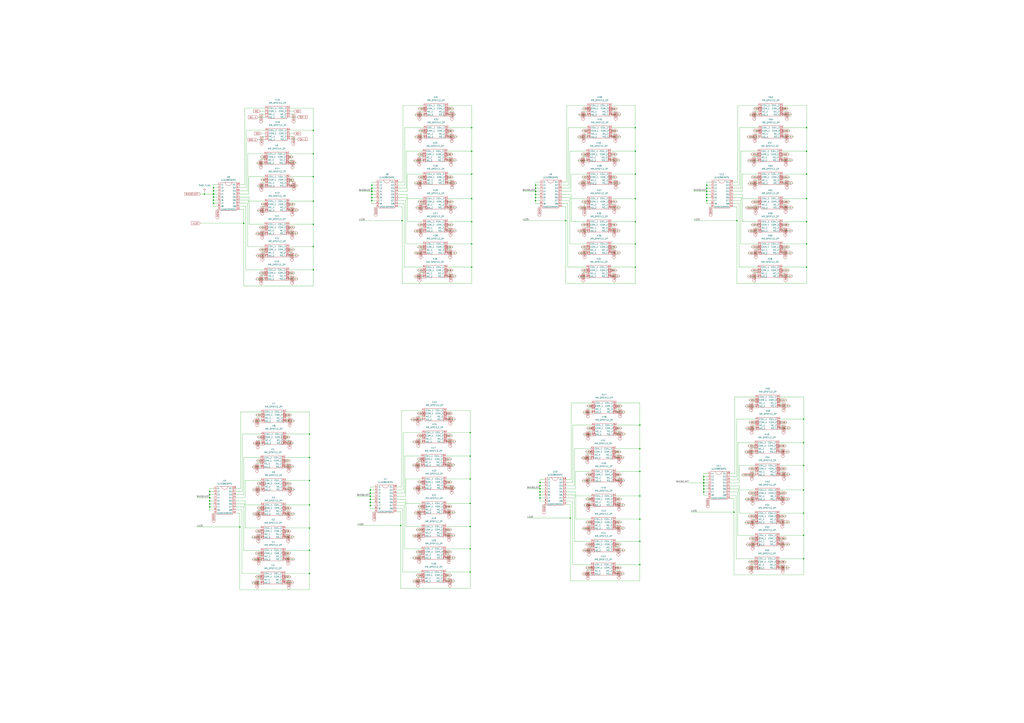
<source format=kicad_sch>
(kicad_sch (version 20211123) (generator eeschema)
  (paper "A1")
  (junction (at 304.165 407.8224))
  (junction (at 304.1396 415.4424))
  (junction (at 464.693 181.356))
  (junction (at 387.4008 143.0782))
  (junction (at 439.801 164.8714))
  (junction (at 304.1396 412.9024))
  (junction (at 257.3274 221.742))
  (junction (at 257.3274 107.1118))
  (junction (at 443.5094 399.161))
  (junction (at 525.526 444.8556))
  (junction (at 305.3842 152.1714))
  (junction (at 304.1396 410.3624))
  (junction (at 386.1816 393.6492))
  (junction (at 172.1612 409.0416))
  (junction (at 577.9262 401.8788))
  (junction (at 254.1778 376.0724))
  (junction (at 197.0278 433.1462))
  (junction (at 580.39 154.7114))
  (junction (at 175.3108 159.4104))
  (junction (at 521.843 200.406))
  (junction (at 305.3588 164.8714))
  (junction (at 580.39 152.1714))
  (junction (at 521.843 182.1942))
  (junction (at 175.2854 161.9504))
  (junction (at 387.4008 124.2822))
  (junction (at 172.1612 406.5016))
  (junction (at 580.3646 164.8714))
  (junction (at 257.3274 126.4412))
  (junction (at 662.4066 182.1942))
  (junction (at 659.9682 421.7416))
  (junction (at 254.1778 414.9598))
  (junction (at 257.3274 165.3286))
  (junction (at 175.3108 154.3304))
  (junction (at 580.3646 159.7914))
  (junction (at 439.801 162.3314))
  (junction (at 662.4066 200.406))
  (junction (at 439.8264 154.7114))
  (junction (at 439.801 159.7914))
  (junction (at 330.2508 181.356))
  (junction (at 305.4096 157.2768))
  (junction (at 521.843 143.0782))
  (junction (at 443.484 404.241))
  (junction (at 305.3588 162.3314))
  (junction (at 525.526 464.0326))
  (junction (at 662.4066 104.9528))
  (junction (at 577.977 396.8242))
  (junction (at 521.843 219.583))
  (junction (at 387.4008 182.1942))
  (junction (at 387.4008 200.406))
  (junction (at 175.2854 164.4904))
  (junction (at 577.9516 394.2588))
  (junction (at 439.8264 152.1714))
  (junction (at 577.9262 404.4188))
  (junction (at 200.1774 183.515))
  (junction (at 577.9516 396.7988))
  (junction (at 254.1778 471.3732))
  (junction (at 386.1816 413.7406))
  (junction (at 172.1358 411.5816))
  (junction (at 468.376 425.8056))
  (junction (at 577.9516 391.7188))
  (junction (at 387.4008 219.583))
  (junction (at 602.8182 420.9034))
  (junction (at 662.4066 124.2822))
  (junction (at 659.9682 402.717))
  (junction (at 304.165 405.2824))
  (junction (at 521.843 124.2822))
  (junction (at 175.2854 167.0304))
  (junction (at 659.9682 363.8296))
  (junction (at 175.3362 159.4358))
  (junction (at 443.5094 401.701))
  (junction (at 580.39 157.2514))
  (junction (at 662.4066 219.583))
  (junction (at 605.2566 181.356))
  (junction (at 172.1358 416.6616))
  (junction (at 386.1816 470.154))
  (junction (at 257.3274 184.3532))
  (junction (at 525.526 387.5278))
  (junction (at 257.3274 202.565))
  (junction (at 662.4066 143.0782))
  (junction (at 254.1778 452.1962))
  (junction (at 386.1816 450.977))
  (junction (at 521.843 104.9528))
  (junction (at 305.3842 154.7114))
  (junction (at 521.843 163.1696))
  (junction (at 172.1612 403.9616))
  (junction (at 659.9682 459.1304))
  (junction (at 525.526 349.4024))
  (junction (at 387.4008 104.9528))
  (junction (at 305.3842 157.2514))
  (junction (at 525.526 407.6192))
  (junction (at 659.9682 439.9534))
  (junction (at 175.3108 156.8704))
  (junction (at 525.526 426.6438))
  (junction (at 167.9448 159.4358))
  (junction (at 443.484 409.321))
  (junction (at 172.1358 414.1216))
  (junction (at 305.3588 159.7914))
  (junction (at 386.1816 355.5238))
  (junction (at 329.0316 431.927))
  (junction (at 386.1816 432.7652))
  (junction (at 659.9682 344.5002))
  (junction (at 525.526 368.7318))
  (junction (at 257.3274 145.2372))
  (junction (at 443.484 406.781))
  (junction (at 580.3646 162.3314))
  (junction (at 439.8518 157.2768))
  (junction (at 254.1778 394.8684))
  (junction (at 659.9682 382.6256))
  (junction (at 304.165 402.7424))
  (junction (at 439.8264 157.2514))
  (junction (at 172.1612 409.0162))
  (junction (at 386.1816 374.8532))
  (junction (at 254.1778 433.9844))
  (junction (at 577.9262 399.3388))
  (junction (at 662.4066 163.1696))
  (junction (at 254.1778 356.743))
  (junction (at 387.4008 163.1696))
  (junction (at 443.5094 396.621))
  (wire (pts (xy 604.52 406.9588) (xy 599.4908 406.9588)))
  (wire (pts (xy 468.376 477.3422) (xy 525.526 477.3422)))
  (wire (pts (xy 614.4006 424.2562) (xy 619.8616 424.2816)))
  (wire (pts (xy 643.3058 91.7702) (xy 646.2014 91.7702)))
  (wire (pts (xy 368.427 104.9528) (xy 387.4008 104.9528)))
  (wire (pts (xy 642.6454 124.2822) (xy 662.4066 124.2822)))
  (wire (pts (xy 204.5716 184.3532) (xy 204.5716 166.2684)))
  (wire (pts (xy 642.874 184.7342) (xy 648.208 184.7088)))
  (wire (pts (xy 198.7296 419.2016) (xy 193.7004 419.2016)))
  (wire (pts (xy 344.2462 128.5494) (xy 344.2462 129.4384)))
  (wire (pts (xy 478.282 89.2302) (xy 482.1682 89.2302)))
  (wire (pts (xy 344.5002 91.7956) (xy 344.5002 91.7702)))
  (wire (pts (xy 502.3104 207.772) (xy 509.6764 207.772)))
  (wire (pts (xy 237.5662 126.4412) (xy 257.3274 126.4412)))
  (wire (pts (xy 344.5256 224.8154) (xy 344.5256 224.0788)))
  (wire (pts (xy 172.1612 406.5016) (xy 175.4124 406.5016)))
  (wire (pts (xy 346.3036 393.6492) (xy 333.2734 393.6492)))
  (wire (pts (xy 332.3082 374.8532) (xy 332.3082 405.2824)))
  (wire (pts (xy 481.203 390.0678) (xy 485.648 390.0678)))
  (wire (pts (xy 439.8264 152.1714) (xy 439.8264 154.7114)))
  (wire (pts (xy 502.7422 94.0562) (xy 509.9812 94.0308)))
  (wire (pts (xy 204.5208 165.3286) (xy 204.5208 161.9504)))
  (wire (pts (xy 640.4356 439.9534) (xy 659.9682 439.9534)))
  (wire (pts (xy 330.7334 417.9824) (xy 325.7042 417.9824)))
  (wire (pts (xy 640.588 405.257) (xy 646.0744 405.257)))
  (wire (pts (xy 509.3208 336.2198) (xy 509.3208 336.2452)))
  (wire (pts (xy 525.526 426.6438) (xy 525.526 407.6192)))
  (wire (pts (xy 369.7986 360.6038) (xy 369.7986 360.68)))
  (wire (pts (xy 504.2662 205.5368) (xy 504.2662 204.8256)))
  (wire (pts (xy 344.2462 128.5494) (xy 347.0656 128.5494)))
  (wire (pts (xy 443.5094 403.733) (xy 443.484 404.241)))
  (wire (pts (xy 640.2578 466.4964) (xy 648.208 466.4964)))
  (wire (pts (xy 196.85 172.1104) (xy 200.1774 172.1104)))
  (wire (pts (xy 618.0328 426.8216) (xy 619.8616 426.8216)))
  (wire (pts (xy 521.843 219.583) (xy 521.843 200.406)))
  (wire (pts (xy 342.6206 339.8012) (xy 346.5068 339.8012)))
  (wire (pts (xy 642.6962 224.663) (xy 645.1346 224.663)))
  (wire (pts (xy 238.0234 145.2372) (xy 257.3274 145.2372)))
  (wire (pts (xy 344.2462 437.896) (xy 344.2462 437.8452)))
  (wire (pts (xy 172.1358 411.5816) (xy 175.4124 411.5816)))
  (wire (pts (xy 347.0656 128.5494) (xy 347.0656 129.3622)))
  (wire (pts (xy 599.4908 409.4988) (xy 602.8182 409.4988)))
  (wire (pts (xy 482.9556 392.6078) (xy 485.648 392.6078)))
  (wire (pts (xy 212.3186 419.3794) (xy 212.3186 419.8112)))
  (wire (pts (xy 465.0486 414.401) (xy 468.376 414.401)))
  (wire (pts (xy 196.85 151.7904) (xy 200.914 151.7904)))
  (wire (pts (xy 386.1816 374.8532) (xy 386.1816 355.5238)))
  (wire (pts (xy 662.4066 124.2822) (xy 662.4066 104.9528)))
  (wire (pts (xy 466.3948 219.583) (xy 466.3948 167.4114)))
  (wire (pts (xy 659.9682 459.1304) (xy 659.9682 439.9534)))
  (wire (pts (xy 214.5792 109.6518) (xy 217.7796 109.6518)))
  (wire (pts (xy 175.2854 169.5704) (xy 175.2854 167.0304)))
  (wire (pts (xy 481.7618 351.9424) (xy 485.9782 351.9424)))
  (wire (pts (xy 482.3714 372.999) (xy 485.1908 372.999)))
  (wire (pts (xy 643.0264 165.7096) (xy 648.4112 165.7604)))
  (wire (pts (xy 368.3 94.0562) (xy 374.1928 94.0562)))
  (wire (pts (xy 502.3104 204.8256) (xy 502.3104 205.486)))
  (wire (pts (xy 237.9472 172.6946) (xy 245.0338 172.6946)))
  (wire (pts (xy 645.033 187.325) (xy 645.033 187.2742)))
  (wire (pts (xy 257.3274 126.4412) (xy 257.3274 107.1118)))
  (wire (pts (xy 605.2566 232.8926) (xy 662.4066 232.8926)))
  (wire (pts (xy 580.39 154.7114) (xy 583.6412 154.7114)))
  (wire (pts (xy 172.1358 416.6616) (xy 175.4124 416.6616)))
  (wire (pts (xy 474.599 131.9022) (xy 481.5078 131.9022)))
  (wire (pts (xy 472.7194 407.6192) (xy 472.7194 404.241)))
  (wire (pts (xy 606.0948 394.2588) (xy 599.4908 394.2588)))
  (wire (pts (xy 343.8906 107.5182) (xy 347.853 107.4928)))
  (wire (pts (xy 502.7422 91.7702) (xy 505.6378 91.7702)))
  (wire (pts (xy 237.5662 128.9812) (xy 240.7666 128.9558)))
  (wire (pts (xy 211.3026 476.6056) (xy 211.3026 475.869)))
  (wire (pts (xy 643.4328 112.3188) (xy 651.5354 112.2934)))
  (wire (pts (xy 204.4192 159.4104) (xy 196.85 159.4104)))
  (wire (pts (xy 367.8682 189.5602) (xy 374.8532 189.5602)))
  (wire (pts (xy 206.7814 441.6044) (xy 214.0712 441.6044)))
  (wire (pts (xy 345.8464 379.1204) (xy 345.8464 379.9332)))
  (wire (pts (xy 521.843 232.8926) (xy 521.843 219.583)))
  (wire (pts (xy 642.7216 222.123) (xy 648.208 222.1738)))
  (wire (pts (xy 620.6236 205.4606) (xy 620.6236 204.8002)))
  (wire (pts (xy 443.484 404.241) (xy 446.7606 404.241)))
  (wire (pts (xy 293.0906 407.8224) (xy 304.165 407.8224)))
  (wire (pts (xy 470.0778 464.0326) (xy 470.0778 411.861)))
  (wire (pts (xy 368.0968 148.209) (xy 368.0968 148.1582)))
  (wire (pts (xy 215.5444 206.9592) (xy 217.2208 206.9592)))
  (wire (pts (xy 370.332 129.413) (xy 370.332 129.3622)))
  (wire (pts (xy 305.3842 154.7114) (xy 305.3842 157.2514)))
  (wire (pts (xy 344.8304 148.1582) (xy 347.5228 148.1582)))
  (wire (pts (xy 642.6454 126.8222) (xy 648.1064 126.8222)))
  (wire (pts (xy 369.1128 379.9332) (xy 366.4204 379.9332)))
  (wire (pts (xy 643.5852 349.5802) (xy 643.5852 349.6564)))
  (wire (pts (xy 257.3274 235.0516) (xy 257.3274 221.742)))
  (wire (pts (xy 211.2772 343.5604) (xy 214.503 343.5604)))
  (wire (pts (xy 505.8156 466.5726) (xy 510.2352 466.6234)))
  (wire (pts (xy 214.4522 226.9744) (xy 214.4522 226.2378)))
  (wire (pts (xy 211.0232 380.3396) (xy 211.0232 381.2286)))
  (wire (pts (xy 474.4466 189.8142) (xy 481.7364 189.8142)))
  (wire (pts (xy 367.0808 344.6272) (xy 374.0658 344.6272)))
  (wire (pts (xy 304.165 400.2278) (xy 304.165 402.7424)))
  (wire (pts (xy 646.1252 328.8538) (xy 641.35 328.7776)))
  (wire (pts (xy 464.693 181.356) (xy 464.693 232.8926)))
  (wire (pts (xy 367.8682 207.772) (xy 375.2342 207.772)))
  (wire (pts (xy 481.1014 429.1838) (xy 485.4194 429.1838)))
  (wire (pts (xy 481.1014 466.5726) (xy 485.2416 466.5726)))
  (wire (pts (xy 366.4712 477.52) (xy 373.38 477.5454)))
  (wire (pts (xy 214.63 356.743) (xy 199.136 356.743)))
  (wire (pts (xy 387.4008 104.9528) (xy 387.4008 86.6902)))
  (wire (pts (xy 613.5116 112.5728) (xy 622.8588 112.5728)))
  (wire (pts (xy 485.9782 349.4024) (xy 470.4842 349.4024)))
  (wire (pts (xy 603.5548 389.1788) (xy 603.5548 326.2376)))
  (wire (pts (xy 617.093 463.6262) (xy 619.6838 463.6262)))
  (wire (pts (xy 608.8888 164.1094) (xy 609.6508 164.1094)))
  (wire (pts (xy 659.9682 402.717) (xy 659.9682 382.6256)))
  (wire (pts (xy 580.39 157.2514) (xy 580.39 159.2834)))
  (wire (pts (xy 617.0676 331.343) (xy 617.0676 331.3176)))
  (wire (pts (xy 443.0776 167.4114) (xy 439.801 167.4114)))
  (wire (pts (xy 646.0236 110.0328) (xy 646.0236 110.109)))
  (wire (pts (xy 212.8012 205.105) (xy 217.2208 205.105)))
  (wire (pts (xy 478.6884 128.5494) (xy 481.5078 128.5494)))
  (wire (pts (xy 214.4522 167.8686) (xy 217.3732 167.8686)))
  (wire (pts (xy 620.4712 187.325) (xy 620.4712 187.2742)))
  (wire (pts (xy 644.8298 205.5368) (xy 644.8298 204.8256)))
  (wire (pts (xy 332.359 152.1714) (xy 326.9234 152.1714)))
  (wire (pts (xy 580.3646 167.4114) (xy 580.3646 164.8714)))
  (wire (pts (xy 334.4926 143.0782) (xy 334.4926 157.2514)))
  (wire (pts (xy 646.2014 91.7702) (xy 646.2014 91.7956)))
  (wire (pts (xy 508.4572 373.8118) (xy 505.7648 373.8118)))
  (wire (pts (xy 605.9932 149.6314) (xy 605.9932 86.6902)))
  (wire (pts (xy 203.454 126.4412) (xy 203.454 156.8704)))
  (wire (pts (xy 340.1568 227.203) (xy 347.1164 227.203)))
  (wire (pts (xy 472.0082 406.781) (xy 472.0082 408.559)))
  (wire (pts (xy 604.9264 391.7188) (xy 599.4908 391.7188)))
  (wire (pts (xy 172.1612 411.0736) (xy 172.1358 411.5816)))
  (wire (pts (xy 338.9376 477.774) (xy 345.8972 477.774)))
  (wire (pts (xy 502.539 145.6182) (xy 506.6792 145.5928)))
  (wire (pts (xy 234.4674 478.7392) (xy 241.3762 478.7646)))
  (wire (pts (xy 642.5946 426.8216) (xy 640.4356 426.8216)))
  (wire (pts (xy 583.6412 169.9514) (xy 583.6412 170.4848)))
  (wire (pts (xy 386.1816 393.6492) (xy 386.1816 374.8532)))
  (wire (pts (xy 614.553 461.645) (xy 619.6838 461.6704)))
  (wire (pts (xy 347.4466 167.5892) (xy 347.4466 168.2496)))
  (wire (pts (xy 474.9038 170.7896) (xy 481.8888 170.7896)))
  (wire (pts (xy 642.874 202.946) (xy 648.335 202.946)))
  (wire (pts (xy 366.8014 416.2806) (xy 371.1448 416.2806)))
  (wire (pts (xy 366.8776 393.6492) (xy 386.1816 393.6492)))
  (wire (pts (xy 368.6048 455.3966) (xy 366.649 455.3966)))
  (wire (pts (xy 470.0778 411.861) (xy 465.0486 411.861)))
  (wire (pts (xy 212.2424 439.1152) (xy 212.2424 439.0644)))
  (wire (pts (xy 304.165 407.8224) (xy 304.165 409.8544)))
  (wire (pts (xy 617.093 464.3628) (xy 617.093 463.6262)))
  (wire (pts (xy 525.526 444.8556) (xy 525.526 426.6438)))
  (wire (pts (xy 619.8616 444.3476) (xy 619.8616 445.0334)))
  (wire (pts (xy 439.8264 159.2834) (xy 439.8518 157.2768)))
  (wire (pts (xy 193.7004 411.5816) (xy 201.3712 411.5816)))
  (wire (pts (xy 344.8812 110.0836) (xy 347.8022 110.0328)))
  (wire (pts (xy 172.1612 401.447) (xy 172.1612 403.9616)))
  (wire (pts (xy 642.874 207.772) (xy 650.9766 207.772)))
  (wire (pts (xy 172.1612 409.0416) (xy 175.4124 409.0416)))
  (wire (pts (xy 469.0364 163.1696) (xy 469.0364 159.7914)))
  (wire (pts (xy 565.8866 396.8496) (xy 577.977 396.8242)))
  (wire (pts (xy 211.6582 361.8738) (xy 214.5792 361.823)))
  (wire (pts (xy 172.1358 414.1216) (xy 172.1358 416.6616)))
  (wire (pts (xy 599.4908 389.1788) (xy 603.5548 389.1788)))
  (wire (pts (xy 368.7826 89.2302) (xy 368.3 89.2302)))
  (wire (pts (xy 505.8156 464.0326) (xy 525.526 464.0326)))
  (wire (pts (xy 366.649 435.3052) (xy 371.0432 435.3052)))
  (wire (pts (xy 333.4258 432.7652) (xy 333.4258 414.6804)))
  (wire (pts (xy 509.143 354.4824) (xy 509.143 354.5586)))
  (wire (pts (xy 482.6508 468.5284) (xy 485.2416 468.5284)))
  (wire (pts (xy 443.5094 401.701) (xy 446.7606 401.701)))
  (wire (pts (xy 479.2726 148.1582) (xy 481.965 148.1582)))
  (wire (pts (xy 175.3108 159.4104) (xy 175.3362 159.4358)))
  (wire (pts (xy 482.6508 469.265) (xy 482.6508 468.5284)))
  (wire (pts (xy 612.7242 466.7504) (xy 619.6838 466.7504)))
  (wire (pts (xy 330.9874 149.6314) (xy 330.9874 86.6902)))
  (wire (pts (xy 196.85 164.4904) (xy 203.8096 164.4904)))
  (wire (pts (xy 472.6178 401.701) (xy 465.0486 401.701)))
  (wire (pts (xy 344.3224 418.1602) (xy 346.2274 418.1602)))
  (wire (pts (xy 525.526 349.4024) (xy 525.526 331.1398)))
  (wire (pts (xy 525.526 407.6192) (xy 525.526 387.5278)))
  (wire (pts (xy 203.8096 166.2684) (xy 204.5716 166.2684)))
  (wire (pts (xy 175.3108 156.8704) (xy 178.562 156.8704)))
  (wire (pts (xy 510.8956 333.7306) (xy 506.9586 333.6798)))
  (wire (pts (xy 340.868 94.3102) (xy 347.726 94.3102)))
  (wire (pts (xy 485.1908 372.999) (xy 485.1908 373.8118)))
  (wire (pts (xy 201.2696 409.0416) (xy 193.7004 409.0416)))
  (wire (pts (xy 211.0232 380.3396) (xy 213.8426 380.3396)))
  (wire (pts (xy 616.9152 145.6436) (xy 622.5286 145.6182)))
  (wire (pts (xy 525.526 331.1398) (xy 506.4252 331.1398)))
  (wire (pts (xy 326.9234 159.7914) (xy 334.5942 159.7914)))
  (wire (pts (xy 346.075 455.3712) (xy 346.075 456.057)))
  (wire (pts (xy 443.5094 396.621) (xy 443.5094 399.161)))
  (wire (pts (xy 234.4166 376.0724) (xy 254.1778 376.0724)))
  (wire (pts (xy 525.526 477.3422) (xy 525.526 464.0326)))
  (wire (pts (xy 622.0714 124.2822) (xy 608.5332 124.2822)))
  (wire (pts (xy 643.1026 148.209) (xy 643.1026 148.1582)))
  (wire (pts (xy 483.743 449.2498) (xy 485.4194 449.2498)))
  (wire (pts (xy 502.158 222.123) (xy 506.5776 222.1738)))
  (wire (pts (xy 210.7184 378.6124) (xy 213.8426 378.6124)))
  (wire (pts (xy 461.3656 149.6314) (xy 465.4296 149.6314)))
  (wire (pts (xy 599.4908 401.8788) (xy 606.4504 401.8788)))
  (wire (pts (xy 606.9584 219.583) (xy 606.9584 167.4114)))
  (wire (pts (xy 620.4712 187.2742) (xy 622.3 187.2742)))
  (wire (pts (xy 640.207 366.3696) (xy 645.6426 366.395)))
  (wire (pts (xy 506.5522 354.4824) (xy 509.143 354.4824)))
  (wire (pts (xy 257.3274 88.8492) (xy 238.2266 88.8492)))
  (wire (pts (xy 608.5332 154.7114) (xy 601.9292 154.7114)))
  (wire (pts (xy 465.0486 406.781) (xy 472.0082 406.781)))
  (wire (pts (xy 215.4682 169.7482) (xy 217.3732 169.7482)))
  (wire (pts (xy 211.582 152.8572) (xy 217.4494 152.8572)))
  (wire (pts (xy 619.6838 463.6262) (xy 619.6838 464.2104)))
  (wire (pts (xy 344.3478 419.8112) (xy 344.3224 418.1602)))
  (wire (pts (xy 368.6048 456.1078) (xy 368.6048 455.3966)))
  (wire (pts (xy 201.2696 394.8684) (xy 201.2696 409.0416)))
  (wire (pts (xy 175.2854 164.4904) (xy 178.562 164.4904)))
  (wire (pts (xy 502.158 222.123) (xy 502.1326 222.123)))
  (wire (pts (xy 602.8182 420.9034) (xy 602.8182 472.44)))
  (wire (pts (xy 209.931 191.9732) (xy 217.2208 191.9732)))
  (wire (pts (xy 387.4008 163.1696) (xy 387.4008 143.0782)))
  (wire (pts (xy 614.2736 366.395) (xy 619.633 366.3696)))
  (wire (pts (xy 605.9932 86.6902) (xy 622.7318 86.6902)))
  (wire (pts (xy 506.9586 89.3826) (xy 503.2248 89.2302)))
  (wire (pts (xy 640.207 371.1956) (xy 648.462 371.221)))
  (wire (pts (xy 334.4926 157.2514) (xy 326.9234 157.2514)))
  (wire (pts (xy 506.1458 414.9852) (xy 513.2324 414.9852)))
  (wire (pts (xy 502.8692 110.0328) (xy 505.46 110.0328)))
  (wire (pts (xy 502.3104 200.406) (xy 521.843 200.406)))
  (wire (pts (xy 643.4328 104.9528) (xy 662.4066 104.9528)))
  (wire (pts (xy 237.6424 224.282) (xy 242.062 224.3328)))
  (wire (pts (xy 614.3752 189.7888) (xy 622.3 189.8142)))
  (wire (pts (xy 367.2078 355.5238) (xy 386.1816 355.5238)))
  (wire (pts (xy 197.7644 401.4216) (xy 197.7644 338.4804)))
  (wire (pts (xy 446.7606 394.081) (xy 443.5094 394.1064)))
  (wire (pts (xy 237.9472 167.8686) (xy 242.2906 167.8686)))
  (wire (pts (xy 502.4628 168.2496) (xy 504.5964 168.2496)))
  (wire (pts (xy 209.7532 473.9132) (xy 213.8934 473.9132)))
  (wire (pts (xy 370.332 129.3622) (xy 367.6396 129.3622)))
  (wire (pts (xy 504.7742 129.413) (xy 504.7742 129.3622)))
  (wire (pts (xy 238.0234 152.6032) (xy 244.4242 152.6032)))
  (wire (pts (xy 346.075 450.977) (xy 332.1558 450.977)))
  (wire (pts (xy 369.4176 475.234) (xy 369.4176 475.5134)))
  (wire (pts (xy 485.9274 354.4824) (xy 485.9782 354.4824)))
  (wire (pts (xy 640.4356 421.7416) (xy 659.9682 421.7416)))
  (wire (pts (xy 213.8934 471.3732) (xy 198.7296 471.3732)))
  (wire (pts (xy 238.2266 96.2152) (xy 244.1194 96.2152)))
  (wire (pts (xy 521.843 182.1942) (xy 521.843 163.1696)))
  (wire (pts (xy 505.6378 91.7702) (xy 505.6378 91.7956)))
  (wire (pts (xy 439.801 164.8714) (xy 443.0776 164.8714)))
  (wire (pts (xy 257.3274 145.2372) (xy 257.3274 126.4412)))
  (wire (pts (xy 239.7506 207.6958) (xy 239.7506 206.9846)))
  (wire (pts (xy 305.3842 157.2514) (xy 308.6354 157.2514)))
  (wire (pts (xy 331.1398 402.7424) (xy 325.7042 402.7424)))
  (wire (pts (xy 618.8456 89.2302) (xy 622.7318 89.2302)))
  (wire (pts (xy 214.1728 130.7084) (xy 214.1728 131.5974)))
  (wire (pts (xy 615.0102 347.1164) (xy 620.4204 347.0402)))
  (wire (pts (xy 609.4984 157.2514) (xy 601.9292 157.2514)))
  (wire (pts (xy 237.9726 343.5604) (xy 237.9726 343.5858)))
  (wire (pts (xy 502.1326 219.583) (xy 521.843 219.583)))
  (wire (pts (xy 237.7948 184.3532) (xy 257.3274 184.3532)))
  (wire (pts (xy 477.5454 376.3772) (xy 485.1908 376.3518)))
  (wire (pts (xy 474.7006 208.026) (xy 481.7364 208.026)))
  (wire (pts (xy 199.136 356.743) (xy 199.136 403.9616)))
  (wire (pts (xy 207.5688 422.5036) (xy 214.2236 422.5798)))
  (wire (pts (xy 577.9516 391.7188) (xy 577.9516 394.2588)))
  (wire (pts (xy 234.4674 471.3732) (xy 254.1778 471.3732)))
  (wire (pts (xy 601.9292 149.6314) (xy 605.9932 149.6314)))
  (wire (pts (xy 485.5718 412.6992) (xy 483.2096 412.6992)))
  (wire (pts (xy 479.9076 187.325) (xy 479.9076 187.2742)))
  (wire (pts (xy 471.5002 409.321) (xy 471.5002 444.8556)))
  (wire (pts (xy 607.3648 152.1714) (xy 601.9292 152.1714)))
  (wire (pts (xy 618.109 407.1366) (xy 620.014 407.1366)))
  (wire (pts (xy 608.3808 164.8714) (xy 608.3808 200.406)))
  (wire (pts (xy 609.1428 390.1948) (xy 620.0902 390.2456)))
  (wire (pts (xy 334.5942 163.1696) (xy 334.5942 159.7914)))
  (wire (pts (xy 612.8258 447.5734) (xy 619.8616 447.5734)))
  (wire (pts (xy 577.9516 394.2588) (xy 581.2028 394.2588)))
  (wire (pts (xy 235.204 364.109) (xy 240.919 364.109)))
  (wire (pts (xy 235.204 361.823) (xy 237.7948 361.823)))
  (wire (pts (xy 366.649 455.3966) (xy 366.649 456.057)))
  (wire (pts (xy 214.4268 93.9292) (xy 217.6526 93.9292)))
  (wire (pts (xy 387.4008 232.8926) (xy 387.4008 219.583)))
  (wire (pts (xy 662.4066 219.583) (xy 662.4066 200.406)))
  (wire (pts (xy 577.9262 401.8788) (xy 577.9262 399.3388)))
  (wire (pts (xy 505.7648 376.0978) (xy 512.6228 376.0978)))
  (wire (pts (xy 599.4908 399.3388) (xy 607.1616 399.3388)))
  (wire (pts (xy 504.5456 224.663) (xy 502.1326 224.663)))
  (wire (pts (xy 234.8738 397.4084) (xy 239.268 397.4846)))
  (wire (pts (xy 175.4124 421.7416) (xy 175.4124 422.1734)))
  (wire (pts (xy 604.9264 344.5002) (xy 604.9264 391.7188)))
  (wire (pts (xy 387.4008 143.0782) (xy 387.4008 124.2822)))
  (wire (pts (xy 367.5634 339.8012) (xy 367.0808 339.8012)))
  (wire (pts (xy 601.9292 164.8714) (xy 608.3808 164.8714)))
  (wire (pts (xy 371.2972 148.209) (xy 368.0968 148.209)))
  (wire (pts (xy 466.8012 104.9528) (xy 466.8012 152.1714)))
  (wire (pts (xy 167.9448 157.607) (xy 167.9448 159.4358)))
  (wire (pts (xy 175.4124 419.2016) (xy 172.1358 419.2016)))
  (wire (pts (xy 234.4928 473.9132) (xy 238.9124 473.964)))
  (wire (pts (xy 465.0486 409.321) (xy 471.5002 409.321)))
  (wire (pts (xy 254.1778 414.9598) (xy 254.1778 394.8684)))
  (wire (pts (xy 432.816 401.7264) (xy 443.5348 401.7264)))
  (wire (pts (xy 619.506 91.7956) (xy 619.506 91.7702)))
  (wire (pts (xy 193.7004 414.1216) (xy 200.66 414.1216)))
  (wire (pts (xy 640.588 410.083) (xy 648.6398 410.083)))
  (wire (pts (xy 439.8264 159.2834) (xy 439.801 159.7914)))
  (wire (pts (xy 294.6908 157.2768) (xy 305.4096 157.2768)))
  (wire (pts (xy 483.5906 431.7746) (xy 483.5906 431.7238)))
  (wire (pts (xy 207.0862 383.6924) (xy 213.8426 383.6924)))
  (wire (pts (xy 217.2208 202.565) (xy 203.3016 202.565)))
  (wire (pts (xy 622.3 200.406) (xy 608.3808 200.406)))
  (wire (pts (xy 485.648 387.5278) (xy 472.6178 387.5278)))
  (wire (pts (xy 240.03 226.822) (xy 237.617 226.822)))
  (wire (pts (xy 308.6354 169.9514) (xy 308.6354 170.4848)))
  (wire (pts (xy 643.7884 89.2302) (xy 643.3058 89.2302)))
  (wire (pts (xy 326.9234 164.8714) (xy 333.375 164.8714)))
  (wire (pts (xy 483.2096 412.6992) (xy 483.2096 413.512)))
  (wire (pts (xy 622.808 110.0328) (xy 622.8588 110.0328)))
  (wire (pts (xy 175.3108 159.4104) (xy 178.562 159.4104)))
  (wire (pts (xy 333.2734 407.8224) (xy 325.7042 407.8224)))
  (wire (pts (xy 207.8228 364.3376) (xy 214.63 364.363)))
  (wire (pts (xy 609.4984 143.0782) (xy 609.4984 157.2514)))
  (wire (pts (xy 618.0328 426.8724) (xy 618.0328 426.8216)))
  (wire (pts (xy 172.1358 414.1216) (xy 175.4124 414.1216)))
  (wire (pts (xy 347.2942 182.1942) (xy 334.645 182.1942)))
  (wire (pts (xy 606.9584 167.4114) (xy 601.9292 167.4114)))
  (wire (pts (xy 612.3178 352.1202) (xy 620.4204 352.1202)))
  (wire (pts (xy 238.3536 114.4778) (xy 244.0686 114.4778)))
  (wire (pts (xy 580.39 152.1714) (xy 580.39 154.7114)))
  (wire (pts (xy 580.3646 164.8714) (xy 583.6412 164.8714)))
  (wire (pts (xy 345.8972 474.6498) (xy 345.8972 475.234)))
  (wire (pts (xy 343.2556 165.7096) (xy 347.4466 165.7096)))
  (wire (pts (xy 502.539 150.4442) (xy 509.4732 150.4442)))
  (wire (pts (xy 521.843 86.6902) (xy 502.7422 86.6902)))
  (wire (pts (xy 640.8674 331.3176) (xy 643.763 331.3176)))
  (wire (pts (xy 334.645 182.1942) (xy 334.645 164.1094)))
  (wire (pts (xy 620.3696 349.5802) (xy 620.4204 349.5802)))
  (wire (pts (xy 294.6146 181.356) (xy 330.2508 181.356)))
  (wire (pts (xy 482.2444 110.0328) (xy 482.2952 110.0328)))
  (wire (pts (xy 505.9934 434.0098) (xy 512.9784 434.0098)))
  (wire (pts (xy 604.52 459.1304) (xy 604.52 406.9588)))
  (wire (pts (xy 254.1778 394.8684) (xy 254.1778 376.0724)))
  (wire (pts (xy 485.2416 468.5284) (xy 485.2416 469.1126)))
  (wire (pts (xy 599.4908 404.4188) (xy 605.9424 404.4188)))
  (wire (pts (xy 505.7394 148.1582) (xy 505.7394 148.209)))
  (wire (pts (xy 237.2868 476.4532) (xy 237.2868 477.1136)))
  (wire (pts (xy 606.4504 401.8788) (xy 606.4504 403.6568)))
  (wire (pts (xy 478.8154 338.8614) (xy 485.8512 338.7598)))
  (wire (pts (xy 640.9944 344.5002) (xy 659.9682 344.5002)))
  (wire (pts (xy 332.1558 415.4424) (xy 332.1558 450.977)))
  (wire (pts (xy 525.526 464.0326) (xy 525.526 444.8556)))
  (wire (pts (xy 217.043 226.2378) (xy 217.043 226.822)))
  (wire (pts (xy 342.9762 126.8476) (xy 347.0656 126.8222)))
  (wire (pts (xy 330.2508 232.8926) (xy 387.4008 232.8926)))
  (wire (pts (xy 477.393 126.873) (xy 481.5078 126.8222)))
  (wire (pts (xy 366.649 440.1312) (xy 373.634 440.1312)))
  (wire (pts (xy 481.8888 163.1696) (xy 469.0364 163.1696)))
  (wire (pts (xy 211.0994 397.4084) (xy 214.2998 397.4084)))
  (wire (pts (xy 214.0712 452.1962) (xy 200.152 452.1962)))
  (wire (pts (xy 465.0486 394.081) (xy 469.1126 394.081)))
  (wire (pts (xy 525.526 387.5278) (xy 525.526 368.7318)))
  (wire (pts (xy 367.2078 362.8898) (xy 374.3452 362.7882)))
  (wire (pts (xy 366.8014 421.1066) (xy 373.888 421.1066)))
  (wire (pts (xy 606.0948 363.8296) (xy 606.0948 394.2588)))
  (wire (pts (xy 237.7948 191.7192) (xy 244.7798 191.7192)))
  (wire (pts (xy 478.9424 91.7956) (xy 478.9424 91.7702)))
  (wire (pts (xy 305.3588 164.8714) (xy 308.6354 164.8714)))
  (wire (pts (xy 480.06 204.8002) (xy 481.7364 204.8002)))
  (wire (pts (xy 254.1778 471.3732) (xy 254.1778 452.1962)))
  (wire (pts (xy 525.526 368.7318) (xy 525.526 349.4024)))
  (wire (pts (xy 368.427 112.3188) (xy 375.3866 112.2934)))
  (wire (pts (xy 196.85 161.9504) (xy 204.5208 161.9504)))
  (wire (pts (xy 214.8078 112.1918) (xy 217.7796 112.1918)))
  (wire (pts (xy 238.0234 149.2758) (xy 238.0234 150.3172)))
  (wire (pts (xy 367.8682 200.406) (xy 387.4008 200.406)))
  (wire (pts (xy 241.2746 91.44) (xy 238.7092 91.3892)))
  (wire (pts (xy 212.1154 96.4692) (xy 217.6526 96.4692)))
  (wire (pts (xy 580.3646 164.8714) (xy 580.3646 162.3314)))
  (wire (pts (xy 468.9348 143.0782) (xy 468.9348 157.2514)))
  (wire (pts (xy 618.1852 445.008) (xy 618.1852 444.3476)))
  (wire (pts (xy 470.4842 349.4024) (xy 470.4842 396.621)))
  (wire (pts (xy 580.3646 159.7914) (xy 583.6412 159.7914)))
  (wire (pts (xy 642.8994 368.9604) (xy 642.8994 368.9096)))
  (wire (pts (xy 477.8248 165.735) (xy 481.8888 165.7096)))
  (wire (pts (xy 304.165 402.7424) (xy 307.4162 402.7424)))
  (wire (pts (xy 474.726 227.1776) (xy 481.5586 227.203)))
  (wire (pts (xy 325.7042 410.3624) (xy 333.375 410.3624)))
  (wire (pts (xy 642.7216 222.123) (xy 642.6962 222.123)))
  (wire (pts (xy 347.853 104.9528) (xy 332.359 104.9528)))
  (wire (pts (xy 369.824 205.5368) (xy 369.824 204.8256)))
  (wire (pts (xy 387.4008 182.1942) (xy 387.4008 163.1696)))
  (wire (pts (xy 325.7042 420.5224) (xy 329.0316 420.5224)))
  (wire (pts (xy 211.6074 399.9484) (xy 214.2998 399.9484)))
  (wire (pts (xy 237.7948 202.565) (xy 257.3274 202.565)))
  (wire (pts (xy 367.2078 360.6038) (xy 369.7986 360.6038)))
  (wire (pts (xy 659.9682 326.2376) (xy 640.8674 326.2376)))
  (wire (pts (xy 642.874 182.1942) (xy 662.4066 182.1942)))
  (wire (pts (xy 472.0082 408.559) (xy 472.7702 408.559)))
  (wire (pts (xy 341.757 435.3052) (xy 346.075 435.3052)))
  (wire (pts (xy 344.2462 437.8452) (xy 346.075 437.8452)))
  (wire (pts (xy 346.2274 413.7406) (xy 333.375 413.7406)))
  (wire (pts (xy 193.7004 416.6616) (xy 200.152 416.6616)))
  (wire (pts (xy 506.222 392.6078) (xy 509.4986 392.6078)))
  (wire (pts (xy 619.633 363.8296) (xy 606.0948 363.8296)))
  (wire (pts (xy 481.7364 204.8002) (xy 481.7364 205.486)))
  (wire (pts (xy 662.4066 182.1942) (xy 662.4066 163.1696)))
  (wire (pts (xy 304.165 405.2824) (xy 304.165 407.8224)))
  (wire (pts (xy 172.1612 403.9616) (xy 172.1612 406.5016)))
  (wire (pts (xy 387.4008 124.2822) (xy 387.4008 104.9528)))
  (wire (pts (xy 325.7042 400.2024) (xy 329.7682 400.2024)))
  (wire (pts (xy 643.8646 387.7056) (xy 640.6642 387.7056)))
  (wire (pts (xy 234.7976 414.9598) (xy 254.1778 414.9598)))
  (wire (pts (xy 343.281 342.3666) (xy 343.281 342.3412)))
  (wire (pts (xy 642.3914 445.0842) (xy 642.3914 444.373)))
  (wire (pts (xy 606.4504 403.6568) (xy 607.2124 403.6568)))
  (wire (pts (xy 340.0044 189.8142) (xy 347.2942 189.8142)))
  (wire (pts (xy 343.6112 398.7292) (xy 346.3036 398.7292)))
  (wire (pts (xy 510.6924 351.9424) (xy 506.5522 351.9424)))
  (wire (pts (xy 338.7598 382.4732) (xy 345.8464 382.4732)))
  (wire (pts (xy 209.7532 436.5244) (xy 214.0712 436.5244)))
  (wire (pts (xy 201.8792 221.742) (xy 201.8792 169.5704)))
  (wire (pts (xy 237.7948 186.8932) (xy 242.189 186.8932)))
  (wire (pts (xy 254.1778 484.6828) (xy 254.1778 471.3732)))
  (wire (pts (xy 326.9234 162.3314) (xy 333.883 162.3314)))
  (wire (pts (xy 235.204 356.743) (xy 254.1778 356.743)))
  (wire (pts (xy 325.7042 412.9024) (xy 332.6638 412.9024)))
  (wire (pts (xy 347.2942 200.406) (xy 333.375 200.406)))
  (wire (pts (xy 175.3108 151.8158) (xy 175.3108 154.3304)))
  (wire (pts (xy 613.8926 227.1776) (xy 622.1222 227.203)))
  (wire (pts (xy 439.8264 157.2514) (xy 443.0776 157.2514)))
  (wire (pts (xy 607.2124 421.7416) (xy 607.2124 403.6568)))
  (wire (pts (xy 237.7948 361.823) (xy 237.7948 361.8992)))
  (wire (pts (xy 214.249 147.7772) (xy 217.4494 147.7772)))
  (wire (pts (xy 439.801 167.4114) (xy 439.801 164.8714)))
  (wire (pts (xy 172.1612 406.5016) (xy 172.1612 409.0162)))
  (wire (pts (xy 609.6 163.1696) (xy 609.6 159.7914)))
  (wire (pts (xy 211.3026 417.4998) (xy 214.2236 417.4998)))
  (wire (pts (xy 620.6236 204.8002) (xy 622.3 204.8002)))
  (wire (pts (xy 659.9682 382.6256) (xy 659.9682 363.8296)))
  (wire (pts (xy 504.5456 224.663) (xy 504.5456 224.7392)))
  (wire (pts (xy 240.9444 112.1918) (xy 240.9444 112.268)))
  (wire (pts (xy 213.8426 380.3396) (xy 213.8426 381.1524)))
  (wire (pts (xy 238.3536 112.1918) (xy 240.9444 112.1918)))
  (wire (pts (xy 443.5094 401.701) (xy 443.5348 401.7264)))
  (wire (pts (xy 482.2952 104.9528) (xy 466.8012 104.9528)))
  (wire (pts (xy 643.1026 150.4442) (xy 651.2814 150.4696)))
  (wire (pts (xy 234.4928 473.9132) (xy 234.4674 473.9132)))
  (wire (pts (xy 643.4328 110.0328) (xy 646.0236 110.0328)))
  (wire (pts (xy 215.392 189.4332) (xy 217.2208 189.4332)))
  (wire (pts (xy 369.9764 342.3412) (xy 369.9764 342.3666)))
  (wire (pts (xy 367.8682 202.946) (xy 372.0592 202.946)))
  (wire (pts (xy 521.843 143.0782) (xy 521.843 124.2822)))
  (wire (pts (xy 343.281 342.3412) (xy 346.5068 342.3412)))
  (wire (pts (xy 502.3104 202.946) (xy 506.5014 202.946)))
  (wire (pts (xy 643.0264 168.2496) (xy 645.16 168.2496)))
  (wire (pts (xy 502.4628 165.7096) (xy 506.8062 165.7096)))
  (wire (pts (xy 200.1774 172.1104) (xy 200.1774 183.515)))
  (wire (pts (xy 485.4194 444.8556) (xy 471.5002 444.8556)))
  (wire (pts (xy 257.3274 184.3532) (xy 257.3274 165.3286)))
  (wire (pts (xy 617.3978 387.7056) (xy 620.0902 387.7056)))
  (wire (pts (xy 662.4066 86.6902) (xy 643.3058 86.6902)))
  (wire (pts (xy 235.077 341.0204) (xy 239.4204 341.0204)))
  (wire (pts (xy 234.4166 378.6124) (xy 238.5314 378.6632)))
  (wire (pts (xy 580.3646 162.3314) (xy 580.3646 159.7914)))
  (wire (pts (xy 175.4124 401.4216) (xy 172.1612 401.447)))
  (wire (pts (xy 234.6452 454.7362) (xy 238.8362 454.7362)))
  (wire (pts (xy 237.7948 205.105) (xy 241.9858 205.105)))
  (wire (pts (xy 581.2028 389.1788) (xy 577.9516 389.1788)))
  (wire (pts (xy 622.8588 104.9528) (xy 607.3648 104.9528)))
  (wire (pts (xy 659.9682 472.44) (xy 659.9682 459.1304)))
  (wire (pts (xy 614.299 208.0006) (xy 622.3 208.026)))
  (wire (pts (xy 439.801 162.3314) (xy 443.0776 162.3314)))
  (wire (pts (xy 502.8692 112.3188) (xy 509.7526 112.268)))
  (wire (pts (xy 611.9876 333.8322) (xy 620.2934 333.8576)))
  (wire (pts (xy 619.506 91.7702) (xy 622.7318 91.7702)))
  (wire (pts (xy 368.0968 150.4442) (xy 375.1326 150.3934)))
  (wire (pts (xy 367.7158 222.123) (xy 367.6904 222.123)))
  (wire (pts (xy 616.8136 368.0968) (xy 616.8136 368.9858)))
  (wire (pts (xy 468.3252 162.3314) (xy 468.3252 164.1094)))
  (wire (pts (xy 504.7742 129.3622) (xy 502.0818 129.3622)))
  (wire (pts (xy 213.8934 475.869) (xy 213.8934 476.4532)))
  (wire (pts (xy 200.3044 406.5016) (xy 193.7004 406.5016)))
  (wire (pts (xy 620.014 402.717) (xy 607.1616 402.717)))
  (wire (pts (xy 387.4008 86.6902) (xy 368.3 86.6902)))
  (wire (pts (xy 577.9516 396.7988) (xy 577.977 396.8242)))
  (wire (pts (xy 175.2854 167.0304) (xy 175.2854 164.4904)))
  (wire (pts (xy 605.2566 169.9514) (xy 605.2566 181.356)))
  (wire (pts (xy 640.9944 351.8662) (xy 649.224 351.8408)))
  (wire (pts (xy 506.4252 336.2198) (xy 509.3208 336.2198)))
  (wire (pts (xy 386.1816 470.154) (xy 386.1816 450.977)))
  (wire (pts (xy 508.1524 431.7238) (xy 505.9934 431.7238)))
  (wire (pts (xy 506.222 390.0678) (xy 510.286 390.0678)))
  (wire (pts (xy 615.442 442.4934) (xy 619.8616 442.4934)))
  (wire (pts (xy 482.6254 336.2452) (xy 482.6254 336.2198)))
  (wire (pts (xy 370.0272 187.325) (xy 370.0272 187.2742)))
  (wire (pts (xy 505.9934 449.2752) (xy 505.9934 449.9356)))
  (wire (pts (xy 203.454 156.8704) (xy 196.85 156.8704)))
  (wire (pts (xy 234.8738 394.8684) (xy 254.1778 394.8684)))
  (wire (pts (xy 202.2856 154.3304) (xy 196.85 154.3304)))
  (wire (pts (xy 622.1222 219.583) (xy 606.9584 219.583)))
  (wire (pts (xy 481.965 143.0782) (xy 468.9348 143.0782)))
  (wire (pts (xy 234.6452 436.5244) (xy 239.0394 436.5244)))
  (wire (pts (xy 237.7948 206.9846) (xy 237.7948 207.645)))
  (wire (pts (xy 432.7398 425.8056) (xy 468.376 425.8056)))
  (wire (pts (xy 366.4712 475.234) (xy 369.4176 475.234)))
  (wire (pts (xy 477.4184 222.123) (xy 481.5586 222.123)))
  (wire (pts (xy 175.2854 164.4904) (xy 175.2854 161.9504)))
  (wire (pts (xy 503.2248 89.2302) (xy 502.7422 89.2302)))
  (wire (pts (xy 214.4268 93.9546) (xy 214.4268 93.9292)))
  (wire (pts (xy 443.5094 396.621) (xy 446.7606 396.621)))
  (wire (pts (xy 478.9678 224.8154) (xy 478.9678 224.0788)))
  (wire (pts (xy 175.3108 154.3304) (xy 175.3108 156.8704)))
  (wire (pts (xy 370.8654 398.7292) (xy 370.8654 399.0848)))
  (wire (pts (xy 367.7158 222.123) (xy 372.1354 222.1738)))
  (wire (pts (xy 240.2586 131.572) (xy 240.2586 131.5212)))
  (wire (pts (xy 307.4162 400.2024) (xy 304.165 400.2278)))
  (wire (pts (xy 164.6174 159.4358) (xy 167.9448 159.4358)))
  (wire (pts (xy 210.185 210.185) (xy 217.2208 210.185)))
  (wire (pts (xy 338.7852 440.3852) (xy 346.075 440.3852)))
  (wire (pts (xy 478.1042 395.0716) (xy 485.648 395.1478)))
  (wire (pts (xy 368.808 437.896) (xy 368.808 437.8452)))
  (wire (pts (xy 211.7598 114.7826) (xy 217.7796 114.7318)))
  (wire (pts (xy 648.7668 107.4674) (xy 643.4328 107.4928)))
  (wire (pts (xy 614.2228 150.7236) (xy 622.5286 150.6982)))
  (wire (pts (xy 366.8776 401.0152) (xy 373.8626 401.0152)))
  (wire (pts (xy 330.2508 181.356) (xy 330.2508 232.8926)))
  (wire (pts (xy 506.1458 412.6992) (xy 508.2794 412.6992)))
  (wire (pts (xy 477.3168 202.946) (xy 481.7364 202.946)))
  (wire (pts (xy 210.1088 341.0204) (xy 214.503 341.0204)))
  (wire (pts (xy 480.0092 167.2336) (xy 481.8888 167.5892)))
  (wire (pts (xy 506.4252 338.5058) (xy 513.334 338.582)))
  (wire (pts (xy 175.3108 161.4424) (xy 175.2854 161.9504)))
  (wire (pts (xy 211.328 172.9486) (xy 217.3732 172.9486)))
  (wire (pts (xy 506.5522 356.7684) (xy 513.4864 356.743)))
  (wire (pts (xy 429.133 157.2768) (xy 439.8518 157.2768)))
  (wire (pts (xy 204.4192 145.2372) (xy 204.4192 159.4104)))
  (wire (pts (xy 504.2662 204.8256) (xy 502.3104 204.8256)))
  (wire (pts (xy 217.3732 169.7482) (xy 217.3732 170.4086)))
  (wire (pts (xy 197.7644 338.4804) (xy 214.503 338.4804)))
  (wire (pts (xy 366.4966 472.694) (xy 366.4712 472.694)))
  (wire (pts (xy 330.9874 86.6902) (xy 347.726 86.6902)))
  (wire (pts (xy 293.3954 431.927) (xy 329.0316 431.927)))
  (wire (pts (xy 617.0168 165.8112) (xy 622.4524 165.7096)))
  (wire (pts (xy 238.0742 399.9992) (xy 234.8738 399.9992)))
  (wire (pts (xy 241.3508 109.6518) (xy 238.3536 109.6518)))
  (wire (pts (xy 366.649 458.343) (xy 374.015 458.343)))
  (wire (pts (xy 339.0138 363.1184) (xy 346.6338 363.1438)))
  (wire (pts (xy 367.6396 124.2822) (xy 387.4008 124.2822)))
  (wire (pts (xy 344.3986 455.3712) (xy 346.075 455.3712)))
  (wire (pts (xy 212.3186 419.3794) (xy 214.2236 419.3794)))
  (wire (pts (xy 212.9028 186.8932) (xy 217.2208 186.8932)))
  (wire (pts (xy 641.35 328.7776) (xy 640.8674 328.7776)))
  (wire (pts (xy 239.9538 189.484) (xy 239.9538 189.4332)))
  (wire (pts (xy 217.7796 107.1118) (xy 202.2856 107.1118)))
  (wire (pts (xy 211.3026 475.869) (xy 213.8934 475.869)))
  (wire (pts (xy 611.6574 371.3988) (xy 619.633 371.4496)))
  (wire (pts (xy 468.376 414.401) (xy 468.376 425.8056)))
  (wire (pts (xy 481.8888 167.5892) (xy 481.8888 168.2496)))
  (wire (pts (xy 642.874 200.406) (xy 662.4066 200.406)))
  (wire (pts (xy 577.9516 396.7988) (xy 581.2028 396.7988)))
  (wire (pts (xy 200.1774 235.0516) (xy 257.3274 235.0516)))
  (wire (pts (xy 304.1396 410.3624) (xy 307.4162 410.3624)))
  (wire (pts (xy 237.7948 209.931) (xy 245.1608 209.931)))
  (wire (pts (xy 479.171 356.997) (xy 485.9782 357.0224)))
  (wire (pts (xy 203.8096 164.4904) (xy 203.8096 166.2684)))
  (wire (pts (xy 467.8172 164.8714) (xy 467.8172 200.406)))
  (wire (pts (xy 386.1816 413.7406) (xy 386.1816 393.6492)))
  (wire (pts (xy 643.0264 163.1696) (xy 662.4066 163.1696)))
  (wire (pts (xy 372.6942 107.5182) (xy 368.427 107.4928)))
  (wire (pts (xy 235.077 345.8464) (xy 241.8334 345.8464)))
  (wire (pts (xy 521.843 104.9528) (xy 521.843 86.6902)))
  (wire (pts (xy 506.222 387.5278) (xy 525.526 387.5278)))
  (wire (pts (xy 619.8616 421.7416) (xy 607.2124 421.7416)))
  (wire (pts (xy 481.5078 128.5494) (xy 481.5078 129.3622)))
  (wire (pts (xy 567.182 420.9034) (xy 602.8182 420.9034)))
  (wire (pts (xy 443.0776 169.9514) (xy 443.0776 170.4848)))
  (wire (pts (xy 505.8156 471.3986) (xy 512.7244 471.424)))
  (wire (pts (xy 614.7562 385.191) (xy 620.0902 385.1656)))
  (wire (pts (xy 237.109 381.1524) (xy 234.4166 381.1524)))
  (wire (pts (xy 662.4066 104.9528) (xy 662.4066 86.6902)))
  (wire (pts (xy 616.8644 184.7342) (xy 622.3 184.7342)))
  (wire (pts (xy 304.1396 415.4424) (xy 307.4162 415.4424)))
  (wire (pts (xy 329.0316 431.927) (xy 329.0316 483.4636)))
  (wire (pts (xy 577.9516 398.8308) (xy 577.9262 399.3388)))
  (wire (pts (xy 439.8264 154.7114) (xy 439.8264 157.2514)))
  (wire (pts (xy 209.6516 454.7362) (xy 214.0712 454.7362)))
  (wire (pts (xy 480.8982 371.221) (xy 485.1908 371.2718)))
  (wire (pts (xy 200.66 415.8996) (xy 201.422 415.8996)))
  (wire (pts (xy 617.4486 349.631) (xy 620.3696 349.5802)))
  (wire (pts (xy 213.7664 91.3892) (xy 217.6526 91.3892)))
  (wire (pts (xy 506.5522 349.4024) (xy 525.526 349.4024)))
  (wire (pts (xy 340.3092 150.6474) (xy 347.5228 150.6982)))
  (wire (pts (xy 372.618 89.2556) (xy 368.7826 89.2302)))
  (wire (pts (xy 371.5766 339.7758) (xy 367.5634 339.8012)))
  (wire (pts (xy 175.2854 167.0304) (xy 178.562 167.0304)))
  (wire (pts (xy 212.3948 456.5904) (xy 214.0712 456.5904)))
  (wire (pts (xy 201.422 433.9844) (xy 201.422 415.8996)))
  (wire (pts (xy 345.6178 205.4606) (xy 345.6178 204.8002)))
  (wire (pts (xy 305.3842 159.2834) (xy 305.3842 157.2514)))
  (wire (pts (xy 217.3732 165.3286) (xy 204.5208 165.3286)))
  (wire (pts (xy 386.1816 450.977) (xy 386.1816 432.7652)))
  (wire (pts (xy 237.617 229.108) (xy 244.5258 229.1334)))
  (wire (pts (xy 216.9922 126.4412) (xy 203.454 126.4412)))
  (wire (pts (xy 603.5548 326.2376) (xy 620.2934 326.2376)))
  (wire (pts (xy 333.883 162.3314) (xy 333.883 164.1094)))
  (wire (pts (xy 234.6452 456.6158) (xy 234.6452 457.2762)))
  (wire (pts (xy 479.5266 415.2392) (xy 485.5718 415.2392)))
  (wire (pts (xy 461.3656 159.7914) (xy 469.0364 159.7914)))
  (wire (pts (xy 343.5096 89.2556) (xy 347.726 89.2302)))
  (wire (pts (xy 607.1616 402.717) (xy 607.1616 399.3388)))
  (wire (pts (xy 305.3842 152.1714) (xy 308.6354 152.1714)))
  (wire (pts (xy 238.7092 91.3892) (xy 238.2266 91.3892)))
  (wire (pts (xy 643.763 331.3176) (xy 643.763 331.343)))
  (wire (pts (xy 642.6962 219.583) (xy 662.4066 219.583)))
  (wire (pts (xy 240.2586 131.5212) (xy 237.5662 131.5212)))
  (wire (pts (xy 605.9424 404.4188) (xy 605.9424 439.9534)))
  (wire (pts (xy 640.6642 382.6256) (xy 659.9682 382.6256)))
  (wire (pts (xy 477.9264 145.6436) (xy 481.965 145.6182)))
  (wire (pts (xy 368.0968 143.0782) (xy 387.4008 143.0782)))
  (wire (pts (xy 347.5228 143.0782) (xy 334.4926 143.0782)))
  (wire (pts (xy 622.3 204.8002) (xy 622.3 205.486)))
  (wire (pts (xy 367.6396 126.8222) (xy 371.9322 126.8222)))
  (wire (pts (xy 470.4842 396.621) (xy 465.0486 396.621)))
  (wire (pts (xy 662.4066 143.0782) (xy 662.4066 124.2822)))
  (wire (pts (xy 461.3656 162.3314) (xy 468.3252 162.3314)))
  (wire (pts (xy 577.9262 404.4188) (xy 581.2028 404.4188)))
  (wire (pts (xy 172.1612 411.0736) (xy 172.1612 409.0416)))
  (wire (pts (xy 617.0676 331.3176) (xy 620.2934 331.3176)))
  (wire (pts (xy 304.1396 417.9824) (xy 304.1396 415.4424)))
  (wire (pts (xy 367.0808 342.3412) (xy 369.9764 342.3412)))
  (wire (pts (xy 645.3378 129.413) (xy 645.3378 129.3622)))
  (wire (pts (xy 481.7364 200.406) (xy 467.8172 200.406)))
  (wire (pts (xy 480.06 205.4606) (xy 480.06 204.8002)))
  (wire (pts (xy 332.6638 414.6804) (xy 333.4258 414.6804)))
  (wire (pts (xy 502.539 143.0782) (xy 521.843 143.0782)))
  (wire (pts (xy 508.1524 431.7746) (xy 508.1524 431.7238)))
  (wire (pts (xy 618.109 407.1366) (xy 618.109 407.8732)))
  (wire (pts (xy 347.1164 219.583) (xy 331.9526 219.583)))
  (wire (pts (xy 611.9114 410.337) (xy 620.014 410.337)))
  (wire (pts (xy 443.484 409.321) (xy 443.484 406.781)))
  (wire (pts (xy 602.8182 409.4988) (xy 602.8182 420.9034)))
  (wire (pts (xy 472.7702 426.6438) (xy 472.7702 408.559)))
  (wire (pts (xy 505.8156 469.1126) (xy 508.3048 469.1126)))
  (wire (pts (xy 581.2028 406.9588) (xy 577.9262 406.9588)))
  (wire (pts (xy 172.1612 409.0416) (xy 172.1612 409.0162)))
  (wire (pts (xy 366.4204 382.2192) (xy 373.4054 382.1684)))
  (wire (pts (xy 304.165 409.8544) (xy 304.1396 410.3624)))
  (wire (pts (xy 175.3108 156.8704) (xy 175.3108 159.4104)))
  (wire (pts (xy 237.5662 133.8072) (xy 243.205 133.7564)))
  (wire (pts (xy 214.2998 394.8684) (xy 201.2696 394.8684)))
  (wire (pts (xy 305.3842 152.1714) (xy 305.3842 154.7114)))
  (wire (pts (xy 343.3064 474.6498) (xy 345.8972 474.6498)))
  (wire (pts (xy 330.7334 470.154) (xy 330.7334 417.9824)))
  (wire (pts (xy 439.801 164.8714) (xy 439.801 162.3314)))
  (wire (pts (xy 347.1164 224.0788) (xy 347.1164 224.663)))
  (wire (pts (xy 366.8014 418.8206) (xy 368.935 418.8206)))
  (wire (pts (xy 368.0206 163.1696) (xy 387.4008 163.1696)))
  (wire (pts (xy 481.5078 124.2822) (xy 467.9696 124.2822)))
  (wire (pts (xy 504.4694 187.325) (xy 504.4694 187.2742)))
  (wire (pts (xy 640.4356 444.373) (xy 640.4356 445.0334)))
  (wire (pts (xy 347.2942 204.8002) (xy 347.2942 205.486)))
  (wire (pts (xy 580.39 159.2834) (xy 580.3646 159.7914)))
  (wire (pts (xy 505.9934 429.1838) (xy 510.3876 429.1838)))
  (wire (pts (xy 443.484 411.861) (xy 443.484 409.321)))
  (wire (pts (xy 217.2208 184.3532) (xy 204.5716 184.3532)))
  (wire (pts (xy 505.7648 371.2718) (xy 510.0828 371.2718)))
  (wire (pts (xy 366.649 453.517) (xy 370.84 453.517)))
  (wire (pts (xy 346.6338 355.5238) (xy 331.1398 355.5238)))
  (wire (pts (xy 207.6196 346.1766) (xy 214.503 346.1004)))
  (wire (pts (xy 471.6526 368.7318) (xy 471.6526 399.161)))
  (wire (pts (xy 502.0818 131.6482) (xy 508.9652 131.6228)))
  (wire (pts (xy 345.4654 187.325) (xy 345.4654 187.2742)))
  (wire (pts (xy 329.7682 337.2612) (xy 346.5068 337.2612)))
  (wire (pts (xy 643.1026 145.6182) (xy 648.3858 145.6182)))
  (wire (pts (xy 234.6452 452.1962) (xy 254.1778 452.1962)))
  (wire (pts (xy 577.9262 406.9588) (xy 577.9262 404.4188)))
  (wire (pts (xy 607.06 382.6256) (xy 607.06 396.7988)))
  (wire (pts (xy 308.6354 167.4114) (xy 305.3588 167.4114)))
  (wire (pts (xy 236.8042 439.0644) (xy 234.6452 439.0644)))
  (wire (pts (xy 505.9934 452.2216) (xy 513.3594 452.2216)))
  (wire (pts (xy 465.4296 86.6902) (xy 482.1682 86.6902)))
  (wire (pts (xy 640.4356 429.1076) (xy 648.5636 429.0822)))
  (wire (pts (xy 345.4654 187.2742) (xy 347.2942 187.2742)))
  (wire (pts (xy 332.3082 405.2824) (xy 325.7042 405.2824)))
  (wire (pts (xy 474.3196 112.5474) (xy 482.2952 112.5728)))
  (wire (pts (xy 346.583 360.6038) (xy 346.6338 360.6038)))
  (wire (pts (xy 333.2734 393.6492) (xy 333.2734 407.8224)))
  (wire (pts (xy 465.0486 404.241) (xy 472.7194 404.241)))
  (wire (pts (xy 175.3108 161.4424) (xy 175.3108 159.4104)))
  (wire (pts (xy 662.4066 200.406) (xy 662.4066 182.1942)))
  (wire (pts (xy 235.077 343.5604) (xy 237.9726 343.5604)))
  (wire (pts (xy 618.5916 107.4928) (xy 622.8588 107.4928)))
  (wire (pts (xy 193.7004 401.4216) (xy 197.7644 401.4216)))
  (wire (pts (xy 615.569 94.3356) (xy 622.7318 94.3102)))
  (wire (pts (xy 343.3064 416.2806) (xy 346.2274 416.2806)))
  (wire (pts (xy 178.562 172.1104) (xy 178.562 172.6438)))
  (wire (pts (xy 616.8136 222.25) (xy 622.1222 222.123)))
  (wire (pts (xy 468.3252 164.1094) (xy 469.0872 164.1094)))
  (wire (pts (xy 483.0064 354.5332) (xy 485.9274 354.4824)))
  (wire (pts (xy 505.7394 148.1582) (xy 502.539 148.1582)))
  (wire (pts (xy 502.8692 104.9528) (xy 521.843 104.9528)))
  (wire (pts (xy 214.0712 433.9844) (xy 201.422 433.9844)))
  (wire (pts (xy 333.5274 124.2822) (xy 333.5274 154.7114)))
  (wire (pts (xy 642.874 204.8256) (xy 642.874 205.486)))
  (wire (pts (xy 478.9678 224.0788) (xy 481.5586 224.0788)))
  (wire (pts (xy 644.8298 204.8256) (xy 642.874 204.8256)))
  (wire (pts (xy 620.0902 382.6256) (xy 607.06 382.6256)))
  (wire (pts (xy 443.484 409.321) (xy 446.7606 409.321)))
  (wire (pts (xy 471.6526 399.161) (xy 465.0486 399.161)))
  (wire (pts (xy 477.4184 184.7342) (xy 481.7364 184.7342)))
  (wire (pts (xy 172.1358 416.6616) (xy 172.1358 419.2016)))
  (wire (pts (xy 234.7976 417.4998) (xy 239.141 417.4998)))
  (wire (pts (xy 200.914 88.8492) (xy 217.6526 88.8492)))
  (wire (pts (xy 640.6642 389.9916) (xy 648.7668 389.9662)))
  (wire (pts (xy 478.3836 452.4756) (xy 485.4194 452.4756)))
  (wire (pts (xy 446.7606 414.401) (xy 446.7606 414.9344)))
  (wire (pts (xy 439.801 162.3314) (xy 439.801 159.7914)))
  (wire (pts (xy 202.2856 107.1118) (xy 202.2856 154.3304)))
  (wire (pts (xy 659.9682 363.8296) (xy 659.9682 344.5002)))
  (wire (pts (xy 239.7506 206.9846) (xy 237.7948 206.9846)))
  (wire (pts (xy 502.3104 189.5602) (xy 509.2954 189.5602)))
  (wire (pts (xy 620.522 168.2496) (xy 620.522 169.3164)))
  (wire (pts (xy 502.3104 182.1942) (xy 521.843 182.1942)))
  (wire (pts (xy 369.824 204.8256) (xy 367.8682 204.8256)))
  (wire (pts (xy 368.0206 168.2496) (xy 370.1542 168.2496)))
  (wire (pts (xy 210.8962 134.0612) (xy 216.9922 134.0612)))
  (wire (pts (xy 642.8994 368.9096) (xy 640.207 368.9096)))
  (wire (pts (xy 237.6424 224.282) (xy 237.617 224.282)))
  (wire (pts (xy 216.9922 130.7084) (xy 216.9922 131.5212)))
  (wire (pts (xy 619.6838 459.1304) (xy 604.52 459.1304)))
  (wire (pts (xy 506.222 394.8938) (xy 513.0546 394.8684)))
  (wire (pts (xy 217.2208 206.9592) (xy 217.2208 207.645)))
  (wire (pts (xy 613.918 131.8768) (xy 622.0714 131.9022)))
  (wire (pts (xy 172.1612 409.0416) (xy 172.1866 409.067)))
  (wire (pts (xy 569.6204 181.356) (xy 605.2566 181.356)))
  (wire (pts (xy 238.2266 93.9292) (xy 241.1222 93.9292)))
  (wire (pts (xy 507.9492 449.2752) (xy 505.9934 449.2752)))
  (wire (pts (xy 211.4296 359.283) (xy 214.63 359.283)))
  (wire (pts (xy 367.8682 182.1942) (xy 387.4008 182.1942)))
  (wire (pts (xy 367.8682 184.7342) (xy 372.2624 184.7342)))
  (wire (pts (xy 366.4204 377.3932) (xy 370.9162 377.3678)))
  (wire (pts (xy 305.3842 154.7114) (xy 308.6354 154.7114)))
  (wire (pts (xy 468.376 425.8056) (xy 468.376 477.3422)))
  (wire (pts (xy 461.3656 164.8714) (xy 467.8172 164.8714)))
  (wire (pts (xy 640.4356 424.2816) (xy 645.668 424.307)))
  (wire (pts (xy 333.375 413.7406) (xy 333.375 410.3624)))
  (wire (pts (xy 645.3378 129.3622) (xy 642.6454 129.3622)))
  (wire (pts (xy 482.6254 336.2198) (xy 485.8512 336.2198)))
  (wire (pts (xy 640.4356 442.4934) (xy 645.8712 442.468)))
  (wire (pts (xy 581.2028 409.4988) (xy 581.2028 410.0322)))
  (wire (pts (xy 619.8616 439.9534) (xy 605.9424 439.9534)))
  (wire (pts (xy 197.0278 421.7416) (xy 197.0278 433.1462)))
  (wire (pts (xy 337.3374 344.8304) (xy 346.5068 344.8812)))
  (wire (pts (xy 257.3274 221.742) (xy 257.3274 202.565)))
  (wire (pts (xy 305.3842 149.6568) (xy 305.3842 152.1714)))
  (wire (pts (xy 347.0656 124.2822) (xy 333.5274 124.2822)))
  (wire (pts (xy 502.4628 170.5356) (xy 509.5494 170.5356)))
  (wire (pts (xy 659.9682 421.7416) (xy 659.9682 402.717)))
  (wire (pts (xy 479.9076 187.2742) (xy 481.7364 187.2742)))
  (wire (pts (xy 371.5512 358.0384) (xy 367.2078 358.0638)))
  (wire (pts (xy 481.5586 219.583) (xy 466.3948 219.583)))
  (wire (pts (xy 234.8738 399.9992) (xy 234.8738 399.9484)))
  (wire (pts (xy 640.2832 461.6704) (xy 645.5918 461.7212)))
  (wire (pts (xy 308.6354 149.6314) (xy 305.3842 149.6568)))
  (wire (pts (xy 482.3714 372.999) (xy 482.3714 373.888)))
  (wire (pts (xy 367.8682 204.8256) (xy 367.8682 205.486)))
  (wire (pts (xy 345.5416 167.5892) (xy 347.4466 167.5892)))
  (wire (pts (xy 234.6452 441.3504) (xy 241.6302 441.3504)))
  (wire (pts (xy 507.9492 449.9864) (xy 507.9492 449.2752)))
  (wire (pts (xy 616.8136 368.0968) (xy 619.633 368.0968)))
  (wire (pts (xy 257.3274 165.3286) (xy 257.3274 145.2372)))
  (wire (pts (xy 481.965 333.6798) (xy 485.8512 333.6798)))
  (wire (pts (xy 254.1778 356.743) (xy 254.1778 338.4804)))
  (wire (pts (xy 197.0278 484.6828) (xy 254.1778 484.6828)))
  (wire (pts (xy 645.033 187.2742) (xy 642.874 187.2742)))
  (wire (pts (xy 507.3396 107.5436) (xy 502.8692 107.4928)))
  (wire (pts (xy 464.693 232.8926) (xy 521.843 232.8926)))
  (wire (pts (xy 213.868 128.9812) (xy 216.9922 128.9812)))
  (wire (pts (xy 468.9348 157.2514) (xy 461.3656 157.2514)))
  (wire (pts (xy 619.5314 224.8154) (xy 619.5314 224.0788)))
  (wire (pts (xy 659.9682 439.9534) (xy 659.9682 421.7416)))
  (wire (pts (xy 370.0272 187.2742) (xy 367.8682 187.2742)))
  (wire (pts (xy 330.2508 169.9514) (xy 330.2508 181.356)))
  (wire (pts (xy 387.4008 219.583) (xy 387.4008 200.406)))
  (wire (pts (xy 198.7296 471.3732) (xy 198.7296 419.2016)))
  (wire (pts (xy 206.9338 478.9932) (xy 213.8934 478.9932)))
  (wire (pts (xy 485.4194 426.6438) (xy 472.7702 426.6438)))
  (wire (pts (xy 485.1908 368.7318) (xy 471.6526 368.7318)))
  (wire (pts (xy 502.0818 124.2822) (xy 521.843 124.2822)))
  (wire (pts (xy 214.0712 456.5904) (xy 214.0712 457.2762)))
  (wire (pts (xy 341.4014 170.7896) (xy 347.4466 170.7896)))
  (wire (pts (xy 429.0568 181.356) (xy 464.693 181.356)))
  (wire (pts (xy 178.562 151.7904) (xy 175.3108 151.8158)))
  (wire (pts (xy 642.3914 444.373) (xy 640.4356 444.373)))
  (wire (pts (xy 333.883 164.1094) (xy 334.645 164.1094)))
  (wire (pts (xy 443.5094 399.161) (xy 446.7606 399.161)))
  (wire (pts (xy 234.8738 402.2344) (xy 241.8842 402.1836)))
  (wire (pts (xy 505.7648 368.7318) (xy 525.526 368.7318)))
  (wire (pts (xy 614.4514 405.257) (xy 620.014 405.257)))
  (wire (pts (xy 480.9998 447.3956) (xy 485.4194 447.3956)))
  (wire (pts (xy 502.1326 226.949) (xy 509.0414 226.9744)))
  (wire (pts (xy 326.9234 169.9514) (xy 330.2508 169.9514)))
  (wire (pts (xy 609.6508 182.1942) (xy 609.6508 164.1094)))
  (wire (pts (xy 443.5094 394.1064) (xy 443.5094 396.621)))
  (wire (pts (xy 234.4674 476.4532) (xy 237.2868 476.4532)))
  (wire (pts (xy 342.7222 377.3932) (xy 345.8464 377.3932)))
  (wire (pts (xy 214.4522 226.2378) (xy 217.043 226.2378)))
  (wire (pts (xy 583.6412 167.4114) (xy 580.3646 167.4114)))
  (wire (pts (xy 332.6638 412.9024) (xy 332.6638 414.6804)))
  (wire (pts (xy 502.3104 184.7342) (xy 506.7046 184.7342)))
  (wire (pts (xy 640.4356 447.3194) (xy 648.7414 447.2686)))
  (wire (pts (xy 207.0354 459.8162) (xy 214.0712 459.8162)))
  (wire (pts (xy 214.757 150.3172) (xy 217.4494 150.3172)))
  (wire (pts (xy 577.9262 399.3388) (xy 581.2028 399.3388)))
  (wire (pts (xy 237.9472 170.4086) (xy 240.0808 170.4086)))
  (wire (pts (xy 329.0316 420.5224) (xy 329.0316 431.927)))
  (wire (pts (xy 521.843 163.1696) (xy 521.843 143.0782)))
  (wire (pts (xy 241.2238 149.2758) (xy 241.2238 149.4536)))
  (wire (pts (xy 342.9762 184.7342) (xy 347.2942 184.7342)))
  (wire (pts (xy 506.9586 333.6798) (xy 506.4252 333.6798)))
  (wire (pts (xy 465.4296 149.6314) (xy 465.4296 86.6902)))
  (wire (pts (xy 213.8426 376.0724) (xy 200.3044 376.0724)))
  (wire (pts (xy 196.85 167.0304) (xy 203.3016 167.0304)))
  (wire (pts (xy 608.5332 124.2822) (xy 608.5332 154.7114)))
  (wire (pts (xy 214.5792 361.823) (xy 214.63 361.823)))
  (wire (pts (xy 238.0234 147.7772) (xy 241.4524 147.7772)))
  (wire (pts (xy 505.46 110.0328) (xy 505.46 110.109)))
  (wire (pts (xy 161.3916 433.1462) (xy 197.0278 433.1462)))
  (wire (pts (xy 643.0264 170.5356) (xy 651.3068 170.5356)))
  (wire (pts (xy 325.7042 415.4424) (xy 332.1558 415.4424)))
  (wire (pts (xy 443.484 406.781) (xy 443.484 404.241)))
  (wire (pts (xy 580.39 157.2514) (xy 583.6412 157.2514)))
  (wire (pts (xy 241.1222 93.9292) (xy 241.1222 93.9546)))
  (wire (pts (xy 234.7976 422.3258) (xy 241.8842 422.3258)))
  (wire (pts (xy 642.5946 426.8724) (xy 642.5946 426.8216)))
  (wire (pts (xy 640.2578 464.2104) (xy 642.7724 464.2104)))
  (wire (pts (xy 439.8264 152.1714) (xy 443.0776 152.1714)))
  (wire (pts (xy 305.3842 159.2834) (xy 305.3588 159.7914)))
  (wire (pts (xy 504.4694 187.2742) (xy 502.3104 187.2742)))
  (wire (pts (xy 214.2236 419.3794) (xy 214.2236 420.0398)))
  (wire (pts (xy 199.136 403.9616) (xy 193.7004 403.9616)))
  (wire (pts (xy 340.1822 421.3606) (xy 346.2274 421.3606)))
  (wire (pts (xy 505.9934 426.6438) (xy 525.526 426.6438)))
  (wire (pts (xy 331.9526 167.4114) (xy 326.9234 167.4114)))
  (wire (pts (xy 371.0178 110.0328) (xy 371.0178 110.109)))
  (wire (pts (xy 646.303 148.209) (xy 643.1026 148.209)))
  (wire (pts (xy 305.3842 157.2514) (xy 305.4096 157.2768)))
  (wire (pts (xy 346.075 432.7652) (xy 333.4258 432.7652)))
  (wire (pts (xy 483.5906 431.7238) (xy 485.4194 431.7238)))
  (wire (pts (xy 481.7364 182.1942) (xy 469.0872 182.1942)))
  (wire (pts (xy 343.3064 475.3864) (xy 343.3064 474.6498)))
  (wire (pts (xy 619.633 368.0968) (xy 619.633 368.9096)))
  (wire (pts (xy 640.588 407.797) (xy 642.7216 407.797)))
  (wire (pts (xy 254.1778 433.9844) (xy 254.1778 414.9598)))
  (wire (pts (xy 481.0506 410.1846) (xy 485.5718 410.1592)))
  (wire (pts (xy 368.0206 165.7096) (xy 372.364 165.7096)))
  (wire (pts (xy 439.801 159.7914) (xy 443.0776 159.7914)))
  (wire (pts (xy 616.966 202.8444) (xy 622.3 202.946)))
  (wire (pts (xy 305.3588 159.7914) (xy 308.6354 159.7914)))
  (wire (pts (xy 257.3274 107.1118) (xy 257.3274 88.8492)))
  (wire (pts (xy 367.6904 219.583) (xy 387.4008 219.583)))
  (wire (pts (xy 481.5586 224.0788) (xy 481.5586 224.663)))
  (wire (pts (xy 577.9516 389.1788) (xy 577.9516 391.7188)))
  (wire (pts (xy 480.0092 170.3324) (xy 480.0092 167.2336)))
  (wire (pts (xy 215.5444 207.6196) (xy 215.5444 206.9592)))
  (wire (pts (xy 640.9944 349.5802) (xy 643.5852 349.5802)))
  (wire (pts (xy 304.1396 412.9024) (xy 307.4162 412.9024)))
  (wire (pts (xy 485.5718 407.6192) (xy 472.7194 407.6192)))
  (wire (pts (xy 478.1296 434.2638) (xy 485.4194 434.2638)))
  (wire (pts (xy 577.9262 401.8788) (xy 581.2028 401.8788)))
  (wire (pts (xy 344.5002 91.7702) (xy 347.726 91.7702)))
  (wire (pts (xy 387.4008 200.406) (xy 387.4008 182.1942)))
  (wire (pts (xy 200.914 151.7904) (xy 200.914 88.8492)))
  (wire (pts (xy 332.359 104.9528) (xy 332.359 152.1714)))
  (wire (pts (xy 622.0714 128.5494) (xy 622.0714 129.3622)))
  (wire (pts (xy 386.1816 432.7652) (xy 386.1816 413.7406)))
  (wire (pts (xy 197.0278 433.1462) (xy 197.0278 484.6828)))
  (wire (pts (xy 640.588 402.717) (xy 659.9682 402.717)))
  (wire (pts (xy 347.4466 163.1696) (xy 334.5942 163.1696)))
  (wire (pts (xy 207.5434 402.463) (xy 214.2998 402.4884)))
  (wire (pts (xy 643.3058 94.0562) (xy 650.1892 94.0562)))
  (wire (pts (xy 620.4204 344.5002) (xy 604.9264 344.5002)))
  (wire (pts (xy 307.4162 420.5224) (xy 307.4162 421.0558)))
  (wire (pts (xy 343.662 360.6546) (xy 346.583 360.6038)))
  (wire (pts (xy 577.9262 404.4188) (xy 577.9262 401.8788)))
  (wire (pts (xy 200.3044 376.0724) (xy 200.3044 406.5016)))
  (wire (pts (xy 369.1128 379.984) (xy 369.1128 379.9332)))
  (wire (pts (xy 640.6642 385.1656) (xy 645.9474 385.1656)))
  (wire (pts (xy 569.6458 157.2514) (xy 580.39 157.2514)))
  (wire (pts (xy 580.39 152.1714) (xy 583.6412 152.1714)))
  (wire (pts (xy 200.152 416.6616) (xy 200.152 452.1962)))
  (wire (pts (xy 580.39 149.6568) (xy 580.39 152.1714)))
  (wire (pts (xy 340.614 112.5474) (xy 347.853 112.5728)))
  (wire (pts (xy 366.4712 470.154) (xy 386.1816 470.154)))
  (wire (pts (xy 257.3274 202.565) (xy 257.3274 184.3532)))
  (wire (pts (xy 164.5412 183.515) (xy 200.1774 183.515)))
  (wire (pts (xy 601.9292 159.7914) (xy 609.6 159.7914)))
  (wire (pts (xy 234.6452 433.9844) (xy 254.1778 433.9844)))
  (wire (pts (xy 239.9538 189.4332) (xy 237.7948 189.4332)))
  (wire (pts (xy 622.1222 224.0788) (xy 622.1222 224.663)))
  (wire (pts (xy 366.4966 472.694) (xy 370.9162 472.7448)))
  (wire (pts (xy 619.252 128.5494) (xy 622.0714 128.5494)))
  (wire (pts (xy 367.6904 226.949) (xy 374.5992 226.9744)))
  (wire (pts (xy 607.06 396.7988) (xy 599.4908 396.7988)))
  (wire (pts (xy 622.3 182.1942) (xy 609.6508 182.1942)))
  (wire (pts (xy 341.757 472.694) (xy 345.8972 472.694)))
  (wire (pts (xy 464.693 169.9514) (xy 464.693 181.356)))
  (wire (pts (xy 341.6554 453.517) (xy 346.075 453.517)))
  (wire (pts (xy 238.2012 359.283) (xy 235.204 359.283)))
  (wire (pts (xy 601.9292 162.3314) (xy 608.8888 162.3314)))
  (wire (pts (xy 640.8674 333.6036) (xy 649.0208 333.5274)))
  (wire (pts (xy 602.8182 472.44) (xy 659.9682 472.44)))
  (wire (pts (xy 612.1146 170.7134) (xy 622.4524 170.7896)))
  (wire (pts (xy 366.8014 413.7406) (xy 386.1816 413.7406)))
  (wire (pts (xy 305.3588 167.4114) (xy 305.3588 164.8714)))
  (wire (pts (xy 167.9448 159.4358) (xy 175.3362 159.4358)))
  (wire (pts (xy 346.2274 418.1602) (xy 346.2274 418.8206)))
  (wire (pts (xy 307.4162 417.9824) (xy 304.1396 417.9824)))
  (wire (pts (xy 366.8776 396.1892) (xy 371.2464 396.1892)))
  (wire (pts (xy 254.1778 452.1962) (xy 254.1778 433.9844)))
  (wire (pts (xy 506.1458 407.6192) (xy 525.526 407.6192)))
  (wire (pts (xy 622.5286 143.0782) (xy 609.4984 143.0782)))
  (wire (pts (xy 175.3108 154.3304) (xy 178.562 154.3304)))
  (wire (pts (xy 368.808 437.8452) (xy 366.649 437.8452)))
  (wire (pts (xy 577.9516 398.8308) (xy 577.9516 396.7988)))
  (wire (pts (xy 521.843 200.406) (xy 521.843 182.1942)))
  (wire (pts (xy 368.427 110.0328) (xy 371.0178 110.0328)))
  (wire (pts (xy 345.6178 204.8002) (xy 347.2942 204.8002)))
  (wire (pts (xy 241.2238 149.2758) (xy 238.0234 149.2758)))
  (wire (pts (xy 304.165 407.8224) (xy 307.4162 407.8224)))
  (wire (pts (xy 619.887 110.0836) (xy 622.808 110.0328)))
  (wire (pts (xy 647.3698 89.2556) (xy 643.7884 89.2302)))
  (wire (pts (xy 506.1458 410.1592) (xy 510.4892 410.1592)))
  (wire (pts (xy 340.2584 208.026) (xy 347.2942 208.026)))
  (wire (pts (xy 339.4456 401.2946) (xy 346.3036 401.2692)))
  (wire (pts (xy 366.8776 398.7292) (xy 370.8654 398.7292)))
  (wire (pts (xy 478.282 471.6526) (xy 485.2416 471.6526)))
  (wire (pts (xy 234.4166 383.4384) (xy 241.2492 383.4384)))
  (wire (pts (xy 616.7628 126.8222) (xy 622.0714 126.8222)))
  (wire (pts (xy 212.9028 224.282) (xy 217.043 224.282)))
  (wire (pts (xy 305.3588 164.8714) (xy 305.3588 162.3314)))
  (wire (pts (xy 608.8888 162.3314) (xy 608.8888 164.1094)))
  (wire (pts (xy 238.3536 107.1118) (xy 257.3274 107.1118)))
  (wire (pts (xy 478.9424 91.7702) (xy 482.1682 91.7702)))
  (wire (pts (xy 485.4194 449.2498) (xy 485.4194 449.9356)))
  (wire (pts (xy 342.8746 202.946) (xy 347.2942 202.946)))
  (wire (pts (xy 329.7682 400.2024) (xy 329.7682 337.2612)))
  (wire (pts (xy 478.6884 128.5494) (xy 478.6884 129.4384)))
  (wire (pts (xy 329.0316 483.4636) (xy 386.1816 483.4636)))
  (wire (pts (xy 443.484 406.781) (xy 446.7606 406.781)))
  (wire (pts (xy 443.0776 149.6314) (xy 439.8264 149.6568)))
  (wire (pts (xy 580.39 154.7114) (xy 580.39 157.2514)))
  (wire (pts (xy 368.0206 170.5356) (xy 374.9802 170.5356)))
  (wire (pts (xy 304.165 405.2824) (xy 307.4162 405.2824)))
  (wire (pts (xy 344.3986 456.0316) (xy 344.3986 455.3712)))
  (wire (pts (xy 343.027 379.1204) (xy 343.027 380.0094)))
  (wire (pts (xy 640.2832 461.6704) (xy 640.2578 461.6704)))
  (wire (pts (xy 386.1816 337.2612) (xy 367.0808 337.2612)))
  (wire (pts (xy 345.8972 470.154) (xy 330.7334 470.154)))
  (wire (pts (xy 178.562 169.5704) (xy 175.2854 169.5704)))
  (wire (pts (xy 443.5094 403.733) (xy 443.5094 401.701)))
  (wire (pts (xy 201.3712 414.9598) (xy 201.3712 411.5816)))
  (wire (pts (xy 366.649 432.7652) (xy 386.1816 432.7652)))
  (wire (pts (xy 521.843 124.2822) (xy 521.843 104.9528)))
  (wire (pts (xy 505.9934 444.8556) (xy 525.526 444.8556)))
  (wire (pts (xy 618.1852 444.3476) (xy 619.8616 444.3476)))
  (wire (pts (xy 443.5094 399.161) (xy 443.5094 401.701)))
  (wire (pts (xy 619.5314 224.0788) (xy 622.1222 224.0788)))
  (wire (pts (xy 485.2416 464.0326) (xy 470.0778 464.0326)))
  (wire (pts (xy 347.8022 110.0328) (xy 347.853 110.0328)))
  (wire (pts (xy 643.1026 143.0782) (xy 662.4066 143.0782)))
  (wire (pts (xy 505.9934 447.3956) (xy 510.1844 447.3956)))
  (wire (pts (xy 619.252 128.5494) (xy 619.252 129.4384)))
  (wire (pts (xy 646.43 347.1164) (xy 640.9944 347.0402)))
  (wire (pts (xy 236.601 456.6158) (xy 234.6452 456.6158)))
  (wire (pts (xy 172.1358 414.1216) (xy 172.1358 411.5816)))
  (wire (pts (xy 201.8792 169.5704) (xy 196.85 169.5704)))
  (wire (pts (xy 615.061 328.803) (xy 620.2934 328.7776)))
  (wire (pts (xy 583.6412 149.6314) (xy 580.39 149.6568)))
  (wire (pts (xy 172.1612 403.9616) (xy 175.4124 403.9616)))
  (wire (pts (xy 477.9264 107.4674) (xy 482.2952 107.4928)))
  (wire (pts (xy 642.874 189.5602) (xy 651.002 189.6364)))
  (wire (pts (xy 469.1126 331.1398) (xy 485.8512 331.1398)))
  (wire (pts (xy 439.8264 149.6568) (xy 439.8264 152.1714)))
  (wire (pts (xy 642.6962 226.949) (xy 650.9766 226.9998)))
  (wire (pts (xy 461.3656 169.9514) (xy 464.693 169.9514)))
  (wire (pts (xy 237.617 221.742) (xy 257.3274 221.742)))
  (wire (pts (xy 601.9292 169.9514) (xy 605.2566 169.9514)))
  (wire (pts (xy 304.1396 412.9024) (xy 304.1396 410.3624)))
  (wire (pts (xy 345.8464 374.8532) (xy 332.3082 374.8532)))
  (wire (pts (xy 217.043 221.742) (xy 201.8792 221.742)))
  (wire (pts (xy 469.0872 182.1942) (xy 469.0872 164.1094)))
  (wire (pts (xy 619.8362 148.1582) (xy 622.5286 148.1582)))
  (wire (pts (xy 304.1396 415.4424) (xy 304.1396 412.9024)))
  (wire (pts (xy 640.2578 459.1304) (xy 659.9682 459.1304)))
  (wire (pts (xy 333.375 164.8714) (xy 333.375 200.406)))
  (wire (pts (xy 607.3648 104.9528) (xy 607.3648 152.1714)))
  (wire (pts (xy 343.1032 396.1892) (xy 346.3036 396.1892)))
  (wire (pts (xy 479.3234 110.0836) (xy 482.2444 110.0328)))
  (wire (pts (xy 368.3 91.7702) (xy 371.1956 91.7702)))
  (wire (pts (xy 331.9526 219.583) (xy 331.9526 167.4114)))
  (wire (pts (xy 386.1816 483.4636) (xy 386.1816 470.154)))
  (wire (pts (xy 215.392 189.484) (xy 215.392 189.4332)))
  (wire (pts (xy 483.743 449.9102) (xy 483.743 449.2498)))
  (wire (pts (xy 344.5256 224.0788) (xy 347.1164 224.0788)))
  (wire (pts (xy 475.234 94.3102) (xy 482.1682 94.3102)))
  (wire (pts (xy 305.3588 162.3314) (xy 308.6354 162.3314)))
  (wire (pts (xy 339.0392 458.597) (xy 346.075 458.597)))
  (wire (pts (xy 439.8264 154.7114) (xy 443.0776 154.7114)))
  (wire (pts (xy 640.207 363.8296) (xy 659.9682 363.8296)))
  (wire (pts (xy 212.3948 457.2508) (xy 212.3948 456.5904)))
  (wire (pts (xy 371.1956 91.7702) (xy 371.1956 91.7956)))
  (wire (pts (xy 475.1832 150.7236) (xy 481.965 150.6982)))
  (wire (pts (xy 467.9696 124.2822) (xy 467.9696 154.7114)))
  (wire (pts (xy 366.649 450.977) (xy 386.1816 450.977)))
  (wire (pts (xy 366.4204 374.8532) (xy 386.1816 374.8532)))
  (wire (pts (xy 214.1728 130.7084) (xy 216.9922 130.7084)))
  (wire (pts (xy 466.8012 152.1714) (xy 461.3656 152.1714)))
  (wire (pts (xy 234.6452 459.5622) (xy 242.0112 459.5622)))
  (wire (pts (xy 343.1794 145.5674) (xy 347.5228 145.6182)))
  (wire (pts (xy 161.4678 409.067) (xy 172.1866 409.067)))
  (wire (pts (xy 254.1778 338.4804) (xy 235.077 338.4804)))
  (wire (pts (xy 342.9762 222.123) (xy 347.1164 222.123)))
  (wire (pts (xy 622.4524 168.2496) (xy 620.522 168.2496)))
  (wire (pts (xy 200.1774 183.515) (xy 200.1774 235.0516)))
  (wire (pts (xy 577.9516 391.7188) (xy 581.2028 391.7188)))
  (wire (pts (xy 342.4682 358.0638) (xy 346.6338 358.0638)))
  (wire (pts (xy 662.4066 232.8926) (xy 662.4066 219.583)))
  (wire (pts (xy 469.1126 394.081) (xy 469.1126 331.1398)))
  (wire (pts (xy 234.7976 420.0398) (xy 236.9312 420.0398)))
  (wire (pts (xy 236.601 457.327) (xy 236.601 456.6158)))
  (wire (pts (xy 203.3016 167.0304) (xy 203.3016 202.565)))
  (wire (pts (xy 367.6396 131.6482) (xy 374.904 131.5974)))
  (wire (pts (xy 386.1816 355.5238) (xy 386.1816 337.2612)))
  (wire (pts (xy 642.6454 131.6482) (xy 651.002 131.6482)))
  (wire (pts (xy 339.8774 131.9022) (xy 347.0656 131.9022)))
  (wire (pts (xy 304.165 402.7424) (xy 304.165 405.2824)))
  (wire (pts (xy 210.0834 229.362) (xy 217.043 229.362)))
  (wire (pts (xy 193.7004 421.7416) (xy 197.0278 421.7416)))
  (wire (pts (xy 472.6178 387.5278) (xy 472.6178 401.701)))
  (wire (pts (xy 305.3588 162.3314) (xy 305.3588 159.7914)))
  (wire (pts (xy 662.4066 163.1696) (xy 662.4066 143.0782)))
  (wire (pts (xy 502.4628 163.1696) (xy 521.843 163.1696)))
  (wire (pts (xy 200.66 414.1216) (xy 200.66 415.8996)))
  (wire (pts (xy 622.4524 163.1696) (xy 609.6 163.1696)))
  (wire (pts (xy 217.4494 145.2372) (xy 204.4192 145.2372)))
  (wire (pts (xy 214.2236 414.9598) (xy 201.3712 414.9598)))
  (wire (pts (xy 343.027 379.1204) (xy 345.8464 379.1204)))
  (wire (pts (xy 659.9682 344.5002) (xy 659.9682 326.2376)))
  (wire (pts (xy 254.1778 376.0724) (xy 254.1778 356.743)))
  (wire (pts (xy 237.9472 165.3286) (xy 257.3274 165.3286)))
  (wire (pts (xy 212.2424 439.0644) (xy 214.0712 439.0644)))
  (wire (pts (xy 211.2772 343.5858) (xy 211.2772 343.5604)))
  (wire (pts (xy 577.9516 394.2588) (xy 577.9516 396.7988)))
  (wire (pts (xy 467.9696 154.7114) (xy 461.3656 154.7114)))
  (wire (pts (xy 175.2854 161.9504) (xy 178.562 161.9504)))
  (wire (pts (xy 236.8042 439.1152) (xy 236.8042 439.0644)))
  (wire (pts (xy 580.3646 162.3314) (xy 583.6412 162.3314)))
  (wire (pts (xy 611.7336 429.4124) (xy 619.8616 429.3616)))
  (wire (pts (xy 466.3948 167.4114) (xy 461.3656 167.4114)))
  (wire (pts (xy 326.9234 149.6314) (xy 330.9874 149.6314)))
  (wire (pts (xy 439.8264 157.2514) (xy 439.8518 157.2768)))
  (wire (pts (xy 333.5274 154.7114) (xy 326.9234 154.7114)))
  (wire (pts (xy 370.1034 224.663) (xy 367.6904 224.663)))
  (wire (pts (xy 331.1398 355.5238) (xy 331.1398 402.7424)))
  (wire (pts (xy 446.7606 411.861) (xy 443.484 411.861)))
  (wire (pts (xy 620.014 407.1366) (xy 620.014 407.797)))
  (wire (pts (xy 605.2566 181.356) (xy 605.2566 232.8926)))
  (wire (pts (xy 368.0968 145.6182) (xy 372.3132 145.6182)))
  (wire (pts (xy 502.0818 126.8222) (xy 506.9078 126.8476)))
  (label "+12V" (at 567.182 420.9034 0))
  (label "SH1SELECT" (at 294.6908 157.2768 0))
  (label "+12V" (at 293.3954 431.927 0))
  (label "SH1SELECT" (at 569.6458 157.2514 0))
  (label "SH1SELECT" (at 432.816 401.7264 0))
  (label "+12V" (at 432.7398 425.8056 0))
  (label "SH1SELECT" (at 429.133 157.2768 0))
  (label "SH1SELECT" (at 161.4678 409.067 0))
  (label "+12V" (at 569.6204 181.356 0))
  (label "SH1SELECT" (at 565.8866 396.8496 180))
  (label "+12V" (at 294.6146 181.356 0))
  (label "+12V" (at 429.0568 181.356 0))
  (label "SH1SELECT" (at 293.0906 407.8224 0))
  (label "+12V" (at 161.3916 433.1462 0))
  (global_label "IO44" (shape input) (at 372.2624 184.7342 180) (property "Intersheet References" "${INTERSHEET_REFS}" (effects hide)))
  (global_label "IO123-1" (shape input) (at 611.7336 429.4124 0) (property "Intersheet References" "${INTERSHEET_REFS}" (effects hide)))
  (global_label "AGND" (shape output) (at 504.5456 224.7392 270) (property "Intersheet References" "${INTERSHEET_REFS}" (effects hide)))
  (global_label "IO46-1" (shape input) (at 375.2342 207.772 180) (property "Intersheet References" "${INTERSHEET_REFS}" (effects hide)))
  (global_label "IO12" (shape input) (at 242.189 186.8932 180) (property "Intersheet References" "${INTERSHEET_REFS}" (effects hide)))
  (global_label "AGND" (shape output) (at 211.0232 381.2286 270) (property "Intersheet References" "${INTERSHEET_REFS}" (effects hide)))
  (global_label "IO10" (shape input) (at 242.2906 167.8686 180) (property "Intersheet References" "${INTERSHEET_REFS}" (effects hide)))
  (global_label "AGND" (shape output) (at 214.8078 112.1918 270) (property "Intersheet References" "${INTERSHEET_REFS}" (effects hide)))
  (global_label "IO71" (shape input) (at 477.9264 145.6436 0) (property "Intersheet References" "${INTERSHEET_REFS}" (effects hide)))
  (global_label "AGND" (shape output) (at 478.6884 129.4384 270) (property "Intersheet References" "${INTERSHEET_REFS}" (effects hide)))
  (global_label "IO102-1" (shape input) (at 651.002 131.6482 180) (property "Intersheet References" "${INTERSHEET_REFS}" (effects hide)))
  (global_label "IO108" (shape input) (at 648.208 184.7088 180) (property "Intersheet References" "${INTERSHEET_REFS}" (effects hide)))
  (global_label "IO111" (shape input) (at 616.8136 222.25 0) (property "Intersheet References" "${INTERSHEET_REFS}" (effects hide)))
  (global_label "AGND" (shape output) (at 344.5256 224.8154 270) (property "Intersheet References" "${INTERSHEET_REFS}" (effects hide)))
  (global_label "IO72" (shape input) (at 506.6792 145.5928 180) (property "Intersheet References" "${INTERSHEET_REFS}" (effects hide)))
  (global_label "IO98" (shape input) (at 647.3698 89.2556 180) (property "Intersheet References" "${INTERSHEET_REFS}" (effects hide)))
  (global_label "AGND" (shape output) (at 369.9764 342.3666 270) (property "Intersheet References" "${INTERSHEET_REFS}" (effects hide)))
  (global_label "IO43-1" (shape input) (at 340.0044 189.8142 0) (property "Intersheet References" "${INTERSHEET_REFS}" (effects hide)))
  (global_label "IO119-1" (shape input) (at 609.1428 390.1948 0) (property "Intersheet References" "${INTERSHEET_REFS}" (effects hide)))
  (global_label "IO81" (shape input) (at 481.965 333.6798 0) (property "Intersheet References" "${INTERSHEET_REFS}" (effects hide)))
  (global_label "IO45-1" (shape input) (at 340.2584 208.026 0) (property "Intersheet References" "${INTERSHEET_REFS}" (effects hide)))
  (global_label "IO96" (shape input) (at 510.2352 466.6234 180) (property "Intersheet References" "${INTERSHEET_REFS}" (effects hide)))
  (global_label "IO53" (shape input) (at 342.7222 377.3932 0) (property "Intersheet References" "${INTERSHEET_REFS}" (effects hide)))
  (global_label "AGND" (shape output) (at 236.8042 439.1152 270) (property "Intersheet References" "${INTERSHEET_REFS}" (effects hide)))
  (global_label "IO103-1" (shape input) (at 614.2228 150.7236 0) (property "Intersheet References" "${INTERSHEET_REFS}" (effects hide)))
  (global_label "IO43" (shape input) (at 342.9762 184.7342 0) (property "Intersheet References" "${INTERSHEET_REFS}" (effects hide)))
  (global_label "AGND" (shape output) (at 479.3234 110.0836 270) (property "Intersheet References" "${INTERSHEET_REFS}" (effects hide)))
  (global_label "IO71-1" (shape input) (at 475.1832 150.7236 0) (property "Intersheet References" "${INTERSHEET_REFS}" (effects hide)))
  (global_label "AGND" (shape output) (at 211.2772 343.5858 270) (property "Intersheet References" "${INTERSHEET_REFS}" (effects hide)))
  (global_label "IO38-1" (shape input) (at 374.904 131.5974 180) (property "Intersheet References" "${INTERSHEET_REFS}" (effects hide)))
  (global_label "IO116" (shape input) (at 646.43 347.1164 180) (property "Intersheet References" "${INTERSHEET_REFS}" (effects hide)))
  (global_label "AGND" (shape output) (at 368.935 418.8206 270) (property "Intersheet References" "${INTERSHEET_REFS}" (effects hide)))
  (global_label "IO20-1" (shape input) (at 240.919 364.109 180) (property "Intersheet References" "${INTERSHEET_REFS}" (effects hide)))
  (global_label "IO109-1" (shape input) (at 614.299 208.0006 0) (property "Intersheet References" "${INTERSHEET_REFS}" (effects hide)))
  (global_label "AGND" (shape output) (at 478.9424 91.7956 270) (property "Intersheet References" "${INTERSHEET_REFS}" (effects hide)))
  (global_label "IO121-1" (shape input) (at 611.9114 410.337 0) (property "Intersheet References" "${INTERSHEET_REFS}" (effects hide)))
  (global_label "IO35" (shape input) (at 343.8906 107.5182 0) (property "Intersheet References" "${INTERSHEET_REFS}" (effects hide)))
  (global_label "IO26-1" (shape input) (at 241.8842 422.3258 180) (property "Intersheet References" "${INTERSHEET_REFS}" (effects hide)))
  (global_label "IO13" (shape input) (at 212.8012 205.105 0) (property "Intersheet References" "${INTERSHEET_REFS}" (effects hide)))
  (global_label "IO104" (shape input) (at 648.3858 145.6182 180) (property "Intersheet References" "${INTERSHEET_REFS}" (effects hide)))
  (global_label "IO114-1" (shape input) (at 649.0208 333.5274 180) (property "Intersheet References" "${INTERSHEET_REFS}" (effects hide)))
  (global_label "AGND" (shape output) (at 479.2726 148.1582 270) (property "Intersheet References" "${INTERSHEET_REFS}" (effects hide)))
  (global_label "IO57-1" (shape input) (at 340.1822 421.3606 0) (property "Intersheet References" "${INTERSHEET_REFS}" (effects hide)))
  (global_label "AGND" (shape output) (at 483.2096 413.512 270) (property "Intersheet References" "${INTERSHEET_REFS}" (effects hide)))
  (global_label "AGND" (shape output) (at 370.0272 187.325 270) (property "Intersheet References" "${INTERSHEET_REFS}" (effects hide)))
  (global_label "IO20" (shape input) (at 238.2012 359.283 180) (property "Intersheet References" "${INTERSHEET_REFS}" (effects hide)))
  (global_label "AGND" (shape output) (at 215.392 189.484 270) (property "Intersheet References" "${INTERSHEET_REFS}" (effects hide)))
  (global_label "IO105-1" (shape input) (at 612.1146 170.7134 0) (property "Intersheet References" "${INTERSHEET_REFS}" (effects hide)))
  (global_label "AGND" (shape output) (at 370.1542 168.2496 270) (property "Intersheet References" "${INTERSHEET_REFS}" (effects hide)))
  (global_label "DGND" (shape output) (at 178.562 172.6438 270) (property "Intersheet References" "${INTERSHEET_REFS}" (effects hide)))
  (global_label "IO65-1" (shape input) (at 475.234 94.3102 0) (property "Intersheet References" "${INTERSHEET_REFS}" (effects hide)))
  (global_label "IO68" (shape input) (at 507.3396 107.5436 180) (property "Intersheet References" "${INTERSHEET_REFS}" (effects hide)))
  (global_label "IO56" (shape input) (at 371.2464 396.1892 180) (property "Intersheet References" "${INTERSHEET_REFS}" (effects hide)))
  (global_label "AGND" (shape output) (at 618.0328 426.8724 270) (property "Intersheet References" "${INTERSHEET_REFS}" (effects hide)))
  (global_label "IO39-1" (shape input) (at 340.3092 150.6474 0) (property "Intersheet References" "${INTERSHEET_REFS}" (effects hide)))
  (global_label "IO96-1" (shape input) (at 512.7244 471.424 180) (property "Intersheet References" "${INTERSHEET_REFS}" (effects hide)))
  (global_label "AGND" (shape output) (at 618.109 407.8732 270) (property "Intersheet References" "${INTERSHEET_REFS}" (effects hide)))
  (global_label "IO29-1" (shape input) (at 207.0354 459.8162 0) (property "Intersheet References" "${INTERSHEET_REFS}" (effects hide)))
  (global_label "IO107-1" (shape input) (at 614.3752 189.7888 0) (property "Intersheet References" "${INTERSHEET_REFS}" (effects hide)))
  (global_label "IO40-1" (shape input) (at 375.1326 150.3934 180) (property "Intersheet References" "${INTERSHEET_REFS}" (effects hide)))
  (global_label "DGND" (shape output) (at 308.6354 170.4848 270) (property "Intersheet References" "${INTERSHEET_REFS}" (effects hide)))
  (global_label "AGND" (shape output) (at 642.3914 445.0842 270) (property "Intersheet References" "${INTERSHEET_REFS}" (effects hide)))
  (global_label "IO52" (shape input) (at 371.5512 358.0384 180) (property "Intersheet References" "${INTERSHEET_REFS}" (effects hide)))
  (global_label "AGND" (shape output) (at 369.4176 475.5134 270) (property "Intersheet References" "${INTERSHEET_REFS}" (effects hide)))
  (global_label "IO95-1" (shape input) (at 478.282 471.6526 0) (property "Intersheet References" "${INTERSHEET_REFS}" (effects hide)))
  (global_label "IO39" (shape input) (at 343.1794 145.5674 0) (property "Intersheet References" "${INTERSHEET_REFS}" (effects hide)))
  (global_label "IO2" (shape input) (at 241.2746 91.44 0) (property "Intersheet References" "${INTERSHEET_REFS}" (effects hide)))
  (global_label "AGND" (shape output) (at 241.2238 149.4536 270) (property "Intersheet References" "${INTERSHEET_REFS}" (effects hide)))
  (global_label "IO9" (shape input) (at 214.4522 167.8686 0) (property "Intersheet References" "${INTERSHEET_REFS}" (effects hide)))
  (global_label "IO85" (shape input) (at 480.8982 371.221 0) (property "Intersheet References" "${INTERSHEET_REFS}" (effects hide)))
  (global_label "IO77" (shape input) (at 477.3168 202.946 0) (property "Intersheet References" "${INTERSHEET_REFS}" (effects hide)))
  (global_label "IO87" (shape input) (at 481.203 390.0678 0) (property "Intersheet References" "${INTERSHEET_REFS}" (effects hide)))
  (global_label "IO86-1" (shape input) (at 512.6228 376.0978 180) (property "Intersheet References" "${INTERSHEET_REFS}" (effects hide)))
  (global_label "IO117" (shape input) (at 614.2736 366.395 0) (property "Intersheet References" "${INTERSHEET_REFS}" (effects hide)))
  (global_label "IO88-1" (shape input) (at 513.0546 394.8684 180) (property "Intersheet References" "${INTERSHEET_REFS}" (effects hide)))
  (global_label "AGND" (shape output) (at 368.6048 456.1078 270) (property "Intersheet References" "${INTERSHEET_REFS}" (effects hide)))
  (global_label "IO22-1" (shape input) (at 241.2492 383.4384 180) (property "Intersheet References" "${INTERSHEET_REFS}" (effects hide)))
  (global_label "IO66" (shape input) (at 506.9586 89.3826 180) (property "Intersheet References" "${INTERSHEET_REFS}" (effects hide)))
  (global_label "AGND" (shape output) (at 643.8646 387.7056 270) (property "Intersheet References" "${INTERSHEET_REFS}" (effects hide)))
  (global_label "IO86" (shape input) (at 510.0828 371.2718 180) (property "Intersheet References" "${INTERSHEET_REFS}" (effects hide)))
  (global_label "IO78" (shape input) (at 506.5014 202.946 180) (property "Intersheet References" "${INTERSHEET_REFS}" (effects hide)))
  (global_label "AGND" (shape output) (at 371.1956 91.7956 270) (property "Intersheet References" "${INTERSHEET_REFS}" (effects hide)))
  (global_label "IO73" (shape input) (at 477.8248 165.735 0) (property "Intersheet References" "${INTERSHEET_REFS}" (effects hide)))
  (global_label "AGND" (shape output) (at 368.808 437.896 270) (property "Intersheet References" "${INTERSHEET_REFS}" (effects hide)))
  (global_label "AGND" (shape output) (at 370.332 129.413 270) (property "Intersheet References" "${INTERSHEET_REFS}" (effects hide)))
  (global_label "IO112" (shape input) (at 648.208 222.1738 180) (property "Intersheet References" "${INTERSHEET_REFS}" (effects hide)))
  (global_label "IO81-1" (shape input) (at 478.8154 338.8614 0) (property "Intersheet References" "${INTERSHEET_REFS}" (effects hide)))
  (global_label "IO76-1" (shape input) (at 509.2954 189.5602 180) (property "Intersheet References" "${INTERSHEET_REFS}" (effects hide)))
  (global_label "IO83-1" (shape input) (at 479.171 356.997 0) (property "Intersheet References" "${INTERSHEET_REFS}" (effects hide)))
  (global_label "AGND" (shape output) (at 482.9556 392.6078 270) (property "Intersheet References" "${INTERSHEET_REFS}" (effects hide)))
  (global_label "IO6" (shape input) (at 240.7666 128.9558 180) (property "Intersheet References" "${INTERSHEET_REFS}" (effects hide)))
  (global_label "IO75-1" (shape input) (at 474.4466 189.8142 0) (property "Intersheet References" "${INTERSHEET_REFS}" (effects hide)))
  (global_label "IO94" (shape input) (at 510.1844 447.3956 180) (property "Intersheet References" "${INTERSHEET_REFS}" (effects hide)))
  (global_label "IO100" (shape input) (at 648.7668 107.4674 180) (property "Intersheet References" "${INTERSHEET_REFS}" (effects hide)))
  (global_label "AGND" (shape output) (at 345.5416 167.5892 270) (property "Intersheet References" "${INTERSHEET_REFS}" (effects hide)))
  (global_label "IO90" (shape input) (at 510.4892 410.1592 180) (property "Intersheet References" "${INTERSHEET_REFS}" (effects hide)))
  (global_label "AGND" (shape output) (at 617.0676 331.343 270) (property "Intersheet References" "${INTERSHEET_REFS}" (effects hide)))
  (global_label "IO127-1" (shape input) (at 612.7242 466.7504 0) (property "Intersheet References" "${INTERSHEET_REFS}" (effects hide)))
  (global_label "AGND" (shape output) (at 645.1346 224.663 270) (property "Intersheet References" "${INTERSHEET_REFS}" (effects hide)))
  (global_label "IO125" (shape input) (at 615.442 442.4934 0) (property "Intersheet References" "${INTERSHEET_REFS}" (effects hide)))
  (global_label "IO4" (shape input) (at 241.3508 109.6518 0) (property "Intersheet References" "${INTERSHEET_REFS}" (effects hide)))
  (global_label "IO36-1" (shape input) (at 375.3866 112.2934 180) (property "Intersheet References" "${INTERSHEET_REFS}" (effects hide)))
  (global_label "IO24" (shape input) (at 239.268 397.4846 180) (property "Intersheet References" "${INTERSHEET_REFS}" (effects hide)))
  (global_label "IO32-1" (shape input) (at 241.3762 478.7646 180) (property "Intersheet References" "${INTERSHEET_REFS}" (effects hide)))
  (global_label "AGND" (shape output) (at 619.506 91.7956 270) (property "Intersheet References" "${INTERSHEET_REFS}" (effects hide)))
  (global_label "IO113-1" (shape input) (at 611.9876 333.8322 0) (property "Intersheet References" "${INTERSHEET_REFS}" (effects hide)))
  (global_label "AGND" (shape output) (at 344.5002 91.7956 270) (property "Intersheet References" "${INTERSHEET_REFS}" (effects hide)))
  (global_label "AGND" (shape output) (at 370.1034 224.663 270) (property "Intersheet References" "${INTERSHEET_REFS}" (effects hide)))
  (global_label "IO124" (shape input) (at 645.668 424.307 180) (property "Intersheet References" "${INTERSHEET_REFS}" (effects hide)))
  (global_label "IO21" (shape input) (at 210.7184 378.6124 0) (property "Intersheet References" "${INTERSHEET_REFS}" (effects hide)))
  (global_label "IO99-1" (shape input) (at 613.5116 112.5728 0) (property "Intersheet References" "${INTERSHEET_REFS}" (effects hide)))
  (global_label "IO97-1" (shape input) (at 615.569 94.3356 0) (property "Intersheet References" "${INTERSHEET_REFS}" (effects hide)))
  (global_label "AGND" (shape output) (at 240.03 226.822 270) (property "Intersheet References" "${INTERSHEET_REFS}" (effects hide)))
  (global_label "AGND" (shape output) (at 646.2014 91.7956 270) (property "Intersheet References" "${INTERSHEET_REFS}" (effects hide)))
  (global_label "IO114" (shape input) (at 646.1252 328.8538 180) (property "Intersheet References" "${INTERSHEET_REFS}" (effects hide)))
  (global_label "IO49" (shape input) (at 342.6206 339.8012 0) (property "Intersheet References" "${INTERSHEET_REFS}" (effects hide)))
  (global_label "IO113" (shape input) (at 615.061 328.803 0) (property "Intersheet References" "${INTERSHEET_REFS}" (effects hide)))
  (global_label "AGND" (shape output) (at 214.1728 131.5974 270) (property "Intersheet References" "${INTERSHEET_REFS}" (effects hide)))
  (global_label "AGND" (shape output) (at 343.027 380.0094 270) (property "Intersheet References" "${INTERSHEET_REFS}" (effects hide)))
  (global_label "AGND" (shape output) (at 239.9538 189.484 270) (property "Intersheet References" "${INTERSHEET_REFS}" (effects hide)))
  (global_label "AGND" (shape output) (at 645.033 187.325 270) (property "Intersheet References" "${INTERSHEET_REFS}" (effects hide)))
  (global_label "AGND" (shape output) (at 344.2462 437.896 270) (property "Intersheet References" "${INTERSHEET_REFS}" (effects hide)))
  (global_label "IO5" (shape input) (at 213.868 128.9812 0) (property "Intersheet References" "${INTERSHEET_REFS}" (effects hide)))
  (global_label "IO90-1" (shape input) (at 513.2324 414.9852 180) (property "Intersheet References" "${INTERSHEET_REFS}" (effects hide)))
  (global_label "IO126-1" (shape input) (at 648.7414 447.2686 180) (property "Intersheet References" "${INTERSHEET_REFS}" (effects hide)))
  (global_label "IO14" (shape input) (at 241.9858 205.105 180) (property "Intersheet References" "${INTERSHEET_REFS}" (effects hide)))
  (global_label "IO11-1" (shape input) (at 209.931 191.9732 0) (property "Intersheet References" "${INTERSHEET_REFS}" (effects hide)))
  (global_label "IO115-1" (shape input) (at 612.3178 352.1202 0) (property "Intersheet References" "${INTERSHEET_REFS}" (effects hide)))
  (global_label "IO18-1" (shape input) (at 241.8334 345.8464 180) (property "Intersheet References" "${INTERSHEET_REFS}" (effects hide)))
  (global_label "IO72-1" (shape input) (at 509.4732 150.4442 180) (property "Intersheet References" "${INTERSHEET_REFS}" (effects hide)))
  (global_label "DGND" (shape output) (at 307.4162 421.0558 270) (property "Intersheet References" "${INTERSHEET_REFS}" (effects hide)))
  (global_label "IO38" (shape input) (at 371.9322 126.8222 180) (property "Intersheet References" "${INTERSHEET_REFS}" (effects hide)))
  (global_label "IO50" (shape input) (at 371.5766 339.7758 180) (property "Intersheet References" "${INTERSHEET_REFS}" (effects hide)))
  (global_label "AGND" (shape output) (at 215.4682 169.7482 270) (property "Intersheet References" "${INTERSHEET_REFS}" (effects hide)))
  (global_label "AGND" (shape output) (at 644.8298 205.5368 270) (property "Intersheet References" "${INTERSHEET_REFS}" (effects hide)))
  (global_label "IO3" (shape input) (at 214.5792 109.6518 180) (property "Intersheet References" "${INTERSHEET_REFS}" (effects hide)))
  (global_label "AGND" (shape output) (at 238.0742 399.9992 270) (property "Intersheet References" "${INTERSHEET_REFS}" (effects hide)))
  (global_label "IO2-1" (shape input) (at 244.1194 96.2152 0) (property "Intersheet References" "${INTERSHEET_REFS}" (effects hide)))
  (global_label "AGND" (shape output) (at 645.16 168.2496 270) (property "Intersheet References" "${INTERSHEET_REFS}" (effects hide)))
  (global_label "IO7-1" (shape input) (at 211.582 152.8572 0) (property "Intersheet References" "${INTERSHEET_REFS}" (effects hide)))
  (global_label "IO84" (shape input) (at 510.6924 351.9424 180) (property "Intersheet References" "${INTERSHEET_REFS}" (effects hide)))
  (global_label "AGND" (shape output) (at 643.5852 349.6564 270) (property "Intersheet References" "${INTERSHEET_REFS}" (effects hide)))
  (global_label "AGND" (shape output) (at 619.252 129.4384 270) (property "Intersheet References" "${INTERSHEET_REFS}" (effects hide)))
  (global_label "AGND" (shape output) (at 617.093 464.3628 270) (property "Intersheet References" "${INTERSHEET_REFS}" (effects hide)))
  (global_label "AGND" (shape output) (at 240.9444 112.268 270) (property "Intersheet References" "${INTERSHEET_REFS}" (effects hide)))
  (global_label "IO41" (shape input) (at 343.2556 165.7096 0) (property "Intersheet References" "${INTERSHEET_REFS}" (effects hide)))
  (global_label "IO128-1" (shape input) (at 648.208 466.4964 180) (property "Intersheet References" "${INTERSHEET_REFS}" (effects hide)))
  (global_label "AGND" (shape output) (at 646.303 148.209 270) (property "Intersheet References" "${INTERSHEET_REFS}" (effects hide)))
  (global_label "AGND" (shape output) (at 237.109 381.1524 270) (property "Intersheet References" "${INTERSHEET_REFS}" (effects hide)))
  (global_label "AGND" (shape output) (at 211.3026 476.6056 270) (property "Intersheet References" "${INTERSHEET_REFS}" (effects hide)))
  (global_label "IO31" (shape input) (at 209.7532 473.9132 0) (property "Intersheet References" "${INTERSHEET_REFS}" (effects hide)))
  (global_label "AGND" (shape output) (at 370.8654 399.0848 270) (property "Intersheet References" "${INTERSHEET_REFS}" (effects hide)))
  (global_label "IO128" (shape input) (at 645.5918 461.7212 180) (property "Intersheet References" "${INTERSHEET_REFS}" (effects hide)))
  (global_label "IO23" (shape input) (at 211.0994 397.4084 0) (property "Intersheet References" "${INTERSHEET_REFS}" (effects hide)))
  (global_label "IO5-1" (shape input) (at 210.8962 134.0612 0) (property "Intersheet References" "${INTERSHEET_REFS}" (effects hide)))
  (global_label "AGND" (shape output) (at 619.887 110.0836 270) (property "Intersheet References" "${INTERSHEET_REFS}" (effects hide)))
  (global_label "AGND" (shape output) (at 505.6378 91.7956 270) (property "Intersheet References" "${INTERSHEET_REFS}" (effects hide)))
  (global_label "IO37" (shape input) (at 342.9762 126.8476 0) (property "Intersheet References" "${INTERSHEET_REFS}" (effects hide)))
  (global_label "AGND" (shape output) (at 504.2662 205.5368 270) (property "Intersheet References" "${INTERSHEET_REFS}" (effects hide)))
  (global_label "SH1SELECT" (shape input) (at 164.6174 159.4358 180) (property "Intersheet References" "${INTERSHEET_REFS}" (effects hide)))
  (global_label "IO79-1" (shape input) (at 474.726 227.1776 0) (property "Intersheet References" "${INTERSHEET_REFS}" (effects hide)))
  (global_label "IO104-1" (shape input) (at 651.2814 150.4696 180) (property "Intersheet References" "${INTERSHEET_REFS}" (effects hide)))
  (global_label "IO47-1" (shape input) (at 340.1568 227.203 0) (property "Intersheet References" "${INTERSHEET_REFS}" (effects hide)))
  (global_label "IO91-1" (shape input) (at 478.1296 434.2638 0) (property "Intersheet References" "${INTERSHEET_REFS}" (effects hide)))
  (global_label "AGND" (shape output) (at 344.8304 148.1582 270) (property "Intersheet References" "${INTERSHEET_REFS}" (effects hide)))
  (global_label "AGND" (shape output) (at 642.5946 426.8724 270) (property "Intersheet References" "${INTERSHEET_REFS}" (effects hide)))
  (global_label "IO14-1" (shape input) (at 245.1608 209.931 180) (property "Intersheet References" "${INTERSHEET_REFS}" (effects hide)))
  (global_label "DGND" (shape output) (at 583.6412 170.4848 270) (property "Intersheet References" "${INTERSHEET_REFS}" (effects hide)))
  (global_label "IO15" (shape input) (at 212.9028 224.282 0) (property "Intersheet References" "${INTERSHEET_REFS}" (effects hide)))
  (global_label "IO125-1" (shape input) (at 612.8258 447.5734 0) (property "Intersheet References" "${INTERSHEET_REFS}" (effects hide)))
  (global_label "IO30-1" (shape input) (at 242.0112 459.5622 180) (property "Intersheet References" "${INTERSHEET_REFS}" (effects hide)))
  (global_label "IO26" (shape input) (at 239.141 417.4998 180) (property "Intersheet References" "${INTERSHEET_REFS}" (effects hide)))
  (global_label "AGND" (shape output) (at 483.0064 354.5332 270) (property "Intersheet References" "${INTERSHEET_REFS}" (effects hide)))
  (global_label "IO111-1" (shape input) (at 613.8926 227.1776 0) (property "Intersheet References" "${INTERSHEET_REFS}" (effects hide)))
  (global_label "IO15-1" (shape input) (at 210.0834 229.362 0) (property "Intersheet References" "${INTERSHEET_REFS}" (effects hide)))
  (global_label "AGND" (shape output) (at 507.9492 449.9864 270) (property "Intersheet References" "${INTERSHEET_REFS}" (effects hide)))
  (global_label "IO48" (shape input) (at 372.1354 222.1738 180) (property "Intersheet References" "${INTERSHEET_REFS}" (effects hide)))
  (global_label "DGND" (shape output) (at 443.0776 170.4848 270) (property "Intersheet References" "${INTERSHEET_REFS}" (effects hide)))
  (global_label "IO120-1" (shape input) (at 648.7668 389.9662 180) (property "Intersheet References" "${INTERSHEET_REFS}" (effects hide)))
  (global_label "IO97" (shape input) (at 618.8456 89.2302 0) (property "Intersheet References" "${INTERSHEET_REFS}" (effects hide)))
  (global_label "AGND" (shape output) (at 482.6254 336.2452 270) (property "Intersheet References" "${INTERSHEET_REFS}" (effects hide)))
  (global_label "IO48-1" (shape input) (at 374.5992 226.9744 180) (property "Intersheet References" "${INTERSHEET_REFS}" (effects hide)))
  (global_label "IO126" (shape input) (at 645.8712 442.468 180) (property "Intersheet References" "${INTERSHEET_REFS}" (effects hide)))
  (global_label "IO89-1" (shape input) (at 479.5266 415.2392 0) (property "Intersheet References" "${INTERSHEET_REFS}" (effects hide)))
  (global_label "AGND" (shape output) (at 237.2868 477.1136 270) (property "Intersheet References" "${INTERSHEET_REFS}" (effects hide)))
  (global_label "IO116-1" (shape input) (at 649.224 351.8408 180) (property "Intersheet References" "${INTERSHEET_REFS}" (effects hide)))
  (global_label "AGND" (shape output) (at 643.763 331.343 270) (property "Intersheet References" "${INTERSHEET_REFS}" (effects hide)))
  (global_label "IO25" (shape input) (at 211.3026 417.4998 0) (property "Intersheet References" "${INTERSHEET_REFS}" (effects hide)))
  (global_label "IO47" (shape input) (at 342.9762 222.123 0) (property "Intersheet References" "${INTERSHEET_REFS}" (effects hide)))
  (global_label "IO35-1" (shape input) (at 340.614 112.5474 0) (property "Intersheet References" "${INTERSHEET_REFS}" (effects hide)))
  (global_label "IO41-1" (shape input) (at 341.4014 170.7896 0) (property "Intersheet References" "${INTERSHEET_REFS}" (effects hide)))
  (global_label "AGND" (shape output) (at 343.3064 475.3864 270) (property "Intersheet References" "${INTERSHEET_REFS}" (effects hide)))
  (global_label "DGND" (shape output) (at 581.2028 410.0322 270) (property "Intersheet References" "${INTERSHEET_REFS}" (effects hide)))
  (global_label "AGND" (shape output) (at 369.7986 360.68 270) (property "Intersheet References" "${INTERSHEET_REFS}" (effects hide)))
  (global_label "IO106-1" (shape input) (at 651.3068 170.5356 180) (property "Intersheet References" "${INTERSHEET_REFS}" (effects hide)))
  (global_label "IO1" (shape input) (at 213.7664 91.3892 180) (property "Intersheet References" "${INTERSHEET_REFS}" (effects hide)))
  (global_label "IO16-1" (shape input) (at 244.5258 229.1334 180) (property "Intersheet References" "${INTERSHEET_REFS}" (effects hide)))
  (global_label "IO120" (shape input) (at 645.9474 385.1656 180) (property "Intersheet References" "${INTERSHEET_REFS}" (effects hide)))
  (global_label "IO80" (shape input) (at 506.5776 222.1738 180) (property "Intersheet References" "${INTERSHEET_REFS}" (effects hide)))
  (global_label "IO28" (shape input) (at 239.0394 436.5244 180) (property "Intersheet References" "${INTERSHEET_REFS}" (effects hide)))
  (global_label "IO99" (shape input) (at 618.5916 107.4928 0) (property "Intersheet References" "${INTERSHEET_REFS}" (effects hide)))
  (global_label "AGND" (shape output) (at 505.7394 148.209 270) (property "Intersheet References" "${INTERSHEET_REFS}" (effects hide)))
  (global_label "IO54-1" (shape input) (at 373.4054 382.1684 180) (property "Intersheet References" "${INTERSHEET_REFS}" (effects hide)))
  (global_label "IO124-1" (shape input) (at 648.5636 429.0822 180) (property "Intersheet References" "${INTERSHEET_REFS}" (effects hide)))
  (global_label "IO37-1" (shape input) (at 339.8774 131.9022 0) (property "Intersheet References" "${INTERSHEET_REFS}" (effects hide)))
  (global_label "AGND" (shape output) (at 642.8994 368.9604 270) (property "Intersheet References" "${INTERSHEET_REFS}" (effects hide)))
  (global_label "AGND" (shape output) (at 344.3986 456.0316 270) (property "Intersheet References" "${INTERSHEET_REFS}" (effects hide)))
  (global_label "AGND" (shape output) (at 642.7724 464.2104 270) (property "Intersheet References" "${INTERSHEET_REFS}" (effects hide)))
  (global_label "AGND" (shape output) (at 617.3978 387.7056 270) (property "Intersheet References" "${INTERSHEET_REFS}" (effects hide)))
  (global_label "IO34-1" (shape input) (at 374.1928 94.0562 180) (property "Intersheet References" "${INTERSHEET_REFS}" (effects hide)))
  (global_label "IO64" (shape input) (at 370.9162 472.7448 180) (property "Intersheet References" "${INTERSHEET_REFS}" (effects hide)))
  (global_label "IO127" (shape input) (at 614.553 461.645 0) (property "Intersheet References" "${INTERSHEET_REFS}" (effects hide)))
  (global_label "IO31-1" (shape input) (at 206.9338 478.9932 0) (property "Intersheet References" "${INTERSHEET_REFS}" (effects hide)))
  (global_label "IO58-1" (shape input) (at 373.888 421.1066 180) (property "Intersheet References" "${INTERSHEET_REFS}" (effects hide)))
  (global_label "AGND" (shape output) (at 237.7948 361.8992 270) (property "Intersheet References" "${INTERSHEET_REFS}" (effects hide)))
  (global_label "IO17-1" (shape input) (at 207.6196 346.1766 0) (property "Intersheet References" "${INTERSHEET_REFS}" (effects hide)))
  (global_label "AGND" (shape output) (at 619.8362 148.1582 270) (property "Intersheet References" "${INTERSHEET_REFS}" (effects hide)))
  (global_label "IO30" (shape input) (at 238.8362 454.7362 180) (property "Intersheet References" "${INTERSHEET_REFS}" (effects hide)))
  (global_label "IO92" (shape input) (at 510.3876 429.1838 180) (property "Intersheet References" "${INTERSHEET_REFS}" (effects hide)))
  (global_label "IO89" (shape input) (at 481.0506 410.1846 0) (property "Intersheet References" "${INTERSHEET_REFS}" (effects hide)))
  (global_label "IO93-1" (shape input) (at 478.3836 452.4756 0) (property "Intersheet References" "${INTERSHEET_REFS}" (effects hide)))
  (global_label "IO19-1" (shape input) (at 207.8228 364.3376 0) (property "Intersheet References" "${INTERSHEET_REFS}" (effects hide)))
  (global_label "IO60-1" (shape input) (at 373.634 440.1312 180) (property "Intersheet References" "${INTERSHEET_REFS}" (effects hide)))
  (global_label "IO1-1" (shape input) (at 212.1154 96.4692 180) (property "Intersheet References" "${INTERSHEET_REFS}" (effects hide)))
  (global_label "IO9-1" (shape input) (at 211.328 172.9486 0) (property "Intersheet References" "${INTERSHEET_REFS}" (effects hide)))
  (global_label "AGND" (shape output) (at 343.6112 398.7292 270) (property "Intersheet References" "${INTERSHEET_REFS}" (effects hide)))
  (global_label "IO45" (shape input) (at 342.8746 202.946 0) (property "Intersheet References" "${INTERSHEET_REFS}" (effects hide)))
  (global_label "IO59-1" (shape input) (at 338.7852 440.3852 0) (property "Intersheet References" "${INTERSHEET_REFS}" (effects hide)))
  (global_label "AGND" (shape output) (at 616.8136 368.9858 270) (property "Intersheet References" "${INTERSHEET_REFS}" (effects hide)))
  (global_label "IO19" (shape input) (at 211.4296 359.283 0) (property "Intersheet References" "${INTERSHEET_REFS}" (effects hide)))
  (global_label "AGND" (shape output) (at 645.3378 129.413 270) (property "Intersheet References" "${INTERSHEET_REFS}" (effects hide)))
  (global_label "AGND" (shape output) (at 480.06 205.4606 270) (property "Intersheet References" "${INTERSHEET_REFS}" (effects hide)))
  (global_label "IO58" (shape input) (at 371.1448 416.2806 180) (property "Intersheet References" "${INTERSHEET_REFS}" (effects hide)))
  (global_label "IO42-1" (shape input) (at 374.9802 170.5356 180) (property "Intersheet References" "${INTERSHEET_REFS}" (effects hide)))
  (global_label "AGND" (shape output) (at 240.2586 131.572 270) (property "Intersheet References" "${INTERSHEET_REFS}" (effects hide)))
  (global_label "IO57" (shape input) (at 343.3064 416.2806 0) (property "Intersheet References" "${INTERSHEET_REFS}" (effects hide)))
  (global_label "IO118" (shape input) (at 645.6426 366.395 180) (property "Intersheet References" "${INTERSHEET_REFS}" (effects hide)))
  (global_label "IO61-1" (shape input) (at 339.0392 458.597 0) (property "Intersheet References" "${INTERSHEET_REFS}" (effects hide)))
  (global_label "IO112-1" (shape input) (at 650.9766 226.9998 180) (property "Intersheet References" "${INTERSHEET_REFS}" (effects hide)))
  (global_label "IO101" (shape input) (at 616.7628 126.8222 0) (property "Intersheet References" "${INTERSHEET_REFS}" (effects hide)))
  (global_label "AGND" (shape output) (at 369.824 205.5368 270) (property "Intersheet References" "${INTERSHEET_REFS}" (effects hide)))
  (global_label "AGND" (shape output) (at 479.9076 187.325 270) (property "Intersheet References" "${INTERSHEET_REFS}" (effects hide)))
  (global_label "AGND" (shape output) (at 483.743 449.9102 270) (property "Intersheet References" "${INTERSHEET_REFS}" (effects hide)))
  (global_label "AGND" (shape output) (at 504.5964 168.2496 270) (property "Intersheet References" "${INTERSHEET_REFS}" (effects hide)))
  (global_label "IO87-1" (shape input) (at 478.1042 395.0716 0) (property "Intersheet References" "${INTERSHEET_REFS}" (effects hide)))
  (global_label "IO73-1" (shape input) (at 474.9038 170.7896 0) (property "Intersheet References" "${INTERSHEET_REFS}" (effects hide)))
  (global_label "AGND" (shape output) (at 343.281 342.3666 270) (property "Intersheet References" "${INTERSHEET_REFS}" (effects hide)))
  (global_label "IO62" (shape input) (at 370.84 453.517 180) (property "Intersheet References" "${INTERSHEET_REFS}" (effects hide)))
  (global_label "IO36" (shape input) (at 372.6942 107.5182 180) (property "Intersheet References" "${INTERSHEET_REFS}" (effects hide)))
  (global_label "AGND" (shape output) (at 212.3948 457.2508 270) (property "Intersheet References" "${INTERSHEET_REFS}" (effects hide)))
  (global_label "AGND" (shape output) (at 343.662 360.6546 270) (property "Intersheet References" "${INTERSHEET_REFS}" (effects hide)))
  (global_label "IO64-1" (shape input) (at 373.38 477.5454 180) (property "Intersheet References" "${INTERSHEET_REFS}" (effects hide)))
  (global_label "IO13-1" (shape input) (at 210.185 210.185 0) (property "Intersheet References" "${INTERSHEET_REFS}" (effects hide)))
  (global_label "IO74-1" (shape input) (at 509.5494 170.5356 180) (property "Intersheet References" "${INTERSHEET_REFS}" (effects hide)))
  (global_label "IO50-1" (shape input) (at 374.0658 344.6272 180) (property "Intersheet References" "${INTERSHEET_REFS}" (effects hide)))
  (global_label "IO34" (shape input) (at 372.618 89.2556 180) (property "Intersheet References" "${INTERSHEET_REFS}" (effects hide)))
  (global_label "IO55-1" (shape input) (at 339.4456 401.2946 0) (property "Intersheet References" "${INTERSHEET_REFS}" (effects hide)))
  (global_label "IO119" (shape input) (at 614.7562 385.191 0) (property "Intersheet References" "${INTERSHEET_REFS}" (effects hide)))
  (global_label "IO7" (shape input) (at 214.249 147.7772 0) (property "Intersheet References" "${INTERSHEET_REFS}" (effects hide)))
  (global_label "IO59" (shape input) (at 341.757 435.3052 0) (property "Intersheet References" "${INTERSHEET_REFS}" (effects hide)))
  (global_label "AGND" (shape output) (at 212.2424 439.1152 270) (property "Intersheet References" "${INTERSHEET_REFS}" (effects hide)))
  (global_label "AGND" (shape output) (at 646.0236 110.109 270) (property "Intersheet References" "${INTERSHEET_REFS}" (effects hide)))
  (global_label "IO70" (shape input) (at 506.9078 126.8476 180) (property "Intersheet References" "${INTERSHEET_REFS}" (effects hide)))
  (global_label "IO77-1" (shape input) (at 474.7006 208.026 0) (property "Intersheet References" "${INTERSHEET_REFS}" (effects hide)))
  (global_label "IO33" (shape input) (at 343.5096 89.2556 0) (property "Intersheet References" "${INTERSHEET_REFS}" (effects hide)))
  (global_label "AGND" (shape output) (at 619.5314 224.8154 270) (property "Intersheet References" "${INTERSHEET_REFS}" (effects hide)))
  (global_label "AGND" (shape output) (at 236.9312 420.0398 270) (property "Intersheet References" "${INTERSHEET_REFS}" (effects hide)))
  (global_label "AGND" (shape output) (at 620.6236 205.4606 270) (property "Intersheet References" "${INTERSHEET_REFS}" (effects hide)))
  (global_label "IO95" (shape input) (at 481.1014 466.5726 0) (property "Intersheet References" "${INTERSHEET_REFS}" (effects hide)))
  (global_label "IO101-1" (shape input) (at 613.918 131.8768 0) (property "Intersheet References" "${INTERSHEET_REFS}" (effects hide)))
  (global_label "DGND" (shape output) (at 446.7606 414.9344 270) (property "Intersheet References" "${INTERSHEET_REFS}" (effects hide)))
  (global_label "IO23-1" (shape input) (at 207.5434 402.463 0) (property "Intersheet References" "${INTERSHEET_REFS}" (effects hide)))
  (global_label "AGND" (shape output) (at 509.3208 336.2452 270) (property "Intersheet References" "${INTERSHEET_REFS}" (effects hide)))
  (global_label "IO82-1" (shape input) (at 513.334 338.582 180) (property "Intersheet References" "${INTERSHEET_REFS}" (effects hide)))
  (global_label "AGND" (shape output) (at 344.3478 419.8112 270) (property "Intersheet References" "${INTERSHEET_REFS}" (effects hide)))
  (global_label "IO94-1" (shape input) (at 513.3594 452.2216 180) (property "Intersheet References" "${INTERSHEET_REFS}" (effects hide)))
  (global_label "AGND" (shape output) (at 344.8812 110.0836 270) (property "Intersheet References" "${INTERSHEET_REFS}" (effects hide)))
  (global_label "IO42" (shape input) (at 372.364 165.7096 180) (property "Intersheet References" "${INTERSHEET_REFS}" (effects hide)))
  (global_label "IO40" (shape input) (at 372.3132 145.6182 180) (property "Intersheet References" "${INTERSHEET_REFS}" (effects hide)))
  (global_label "AGND" (shape output) (at 369.1128 379.984 270) (property "Intersheet References" "${INTERSHEET_REFS}" (effects hide)))
  (global_label "IO3-1" (shape input) (at 211.7598 114.7826 180) (property "Intersheet References" "${INTERSHEET_REFS}" (effects hide)))
  (global_label "IO92-1" (shape input) (at 512.9784 434.0098 180) (property "Intersheet References" "${INTERSHEET_REFS}" (effects hide)))
  (global_label "IO12-1" (shape input) (at 244.7798 191.7192 180) (property "Intersheet References" "${INTERSHEET_REFS}" (effects hide)))
  (global_label "IO117-1" (shape input) (at 611.6574 371.3988 0) (property "Intersheet References" "${INTERSHEET_REFS}" (effects hide)))
  (global_label "AGND" (shape output) (at 371.0178 110.109 270) (property "Intersheet References" "${INTERSHEET_REFS}" (effects hide)))
  (global_label "IO63" (shape input) (at 341.757 472.694 0) (property "Intersheet References" "${INTERSHEET_REFS}" (effects hide)))
  (global_label "IO67-1" (shape input) (at 474.3196 112.5474 0) (property "Intersheet References" "${INTERSHEET_REFS}" (effects hide)))
  (global_label "AGND" (shape output) (at 508.3048 469.1126 270) (property "Intersheet References" "${INTERSHEET_REFS}" (effects hide)))
  (global_label "IO28-1" (shape input) (at 241.6302 441.3504 180) (property "Intersheet References" "${INTERSHEET_REFS}" (effects hide)))
  (global_label "IO78-1" (shape input) (at 509.6764 207.772 180) (property "Intersheet References" "${INTERSHEET_REFS}" (effects hide)))
  (global_label "IO61" (shape input) (at 341.6554 453.517 0) (property "Intersheet References" "${INTERSHEET_REFS}" (effects hide)))
  (global_label "AGND" (shape output) (at 618.1852 445.008 270) (property "Intersheet References" "${INTERSHEET_REFS}" (effects hide)))
  (global_label "IO32" (shape input) (at 238.9124 473.964 180) (property "Intersheet References" "${INTERSHEET_REFS}" (effects hide)))
  (global_label "IO66-1" (shape input) (at 509.9812 94.0308 180) (property "Intersheet References" "${INTERSHEET_REFS}" (effects hide)))
  (global_label "AGND" (shape output) (at 240.0808 170.4086 270) (property "Intersheet References" "${INTERSHEET_REFS}" (effects hide)))
  (global_label "IO107" (shape input) (at 616.8644 184.7342 0) (property "Intersheet References" "${INTERSHEET_REFS}" (effects hide)))
  (global_label "IO62-1" (shape input) (at 374.015 458.343 180) (property "Intersheet References" "${INTERSHEET_REFS}" (effects hide)))
  (global_label "AGND" (shape output) (at 211.6074 399.9484 270) (property "Intersheet References" "${INTERSHEET_REFS}" (effects hide)))
  (global_label "IO65" (shape input) (at 478.282 89.2302 0) (property "Intersheet References" "${INTERSHEET_REFS}" (effects hide)))
  (global_label "IO122-1" (shape input) (at 648.6398 410.083 180) (property "Intersheet References" "${INTERSHEET_REFS}" (effects hide)))
  (global_label "AGND" (shape output) (at 215.5444 207.6196 270) (property "Intersheet References" "${INTERSHEET_REFS}" (effects hide)))
  (global_label "IO123" (shape input) (at 614.4006 424.2562 0) (property "Intersheet References" "${INTERSHEET_REFS}" (effects hide)))
  (global_label "IO121" (shape input) (at 614.4514 405.257 0) (property "Intersheet References" "${INTERSHEET_REFS}" (effects hide)))
  (global_label "AGND" (shape output) (at 214.757 150.3172 270) (property "Intersheet References" "${INTERSHEET_REFS}" (effects hide)))
  (global_label "AGND" (shape output) (at 620.4712 187.325 270) (property "Intersheet References" "${INTERSHEET_REFS}" (effects hide)))
  (global_label "AGND" (shape output) (at 508.1524 431.7746 270) (property "Intersheet References" "${INTERSHEET_REFS}" (effects hide)))
  (global_label "AGND" (shape output) (at 504.7742 129.413 270) (property "Intersheet References" "${INTERSHEET_REFS}" (effects hide)))
  (global_label "+12V" (shape input) (at 164.5412 183.515 180) (property "Intersheet References" "${INTERSHEET_REFS}" (effects hide)))
  (global_label "IO6-1" (shape input) (at 243.205 133.7564 180) (property "Intersheet References" "${INTERSHEET_REFS}" (effects hide)))
  (global_label "IO17" (shape input) (at 210.1088 341.0204 0) (property "Intersheet References" "${INTERSHEET_REFS}" (effects hide)))
  (global_label "AGND" (shape output) (at 241.1222 93.9546 270) (property "Intersheet References" "${INTERSHEET_REFS}" (effects hide)))
  (global_label "IO46" (shape input) (at 372.0592 202.946 180) (property "Intersheet References" "${INTERSHEET_REFS}" (effects hide)))
  (global_label "IO106" (shape input) (at 648.4112 165.7604 180) (property "Intersheet References" "${INTERSHEET_REFS}" (effects hide)))
  (global_label "AGND" (shape output) (at 509.4986 392.6078 270) (property "Intersheet References" "${INTERSHEET_REFS}" (effects hide)))
  (global_label "AGND" (shape output) (at 505.46 110.109 270) (property "Intersheet References" "${INTERSHEET_REFS}" (effects hide)))
  (global_label "IO79" (shape input) (at 477.4184 222.123 0) (property "Intersheet References" "${INTERSHEET_REFS}" (effects hide)))
  (global_label "IO21-1" (shape input) (at 207.0862 383.6924 0) (property "Intersheet References" "${INTERSHEET_REFS}" (effects hide)))
  (global_label "IO74" (shape input) (at 506.8062 165.7096 180) (property "Intersheet References" "${INTERSHEET_REFS}" (effects hide)))
  (global_label "IO110" (shape input) (at 648.335 202.946 180) (property "Intersheet References" "${INTERSHEET_REFS}" (effects hide)))
  (global_label "AGND" (shape output) (at 482.3714 373.888 270) (property "Intersheet References" "${INTERSHEET_REFS}" (effects hide)))
  (global_label "IO82" (shape input) (at 510.8956 333.7306 180) (property "Intersheet References" "${INTERSHEET_REFS}" (effects hide)))
  (global_label "IO51-1" (shape input) (at 339.0138 363.1184 0) (property "Intersheet References" "${INTERSHEET_REFS}" (effects hide)))
  (global_label "IO100-1" (shape input) (at 651.5354 112.2934 180) (property "Intersheet References" "${INTERSHEET_REFS}" (effects hide)))
  (global_label "IO63-1" (shape input) (at 338.9376 477.774 0) (property "Intersheet References" "${INTERSHEET_REFS}" (effects hide)))
  (global_label "IO52-1" (shape input) (at 374.3452 362.7882 180) (property "Intersheet References" "${INTERSHEET_REFS}" (effects hide)))
  (global_label "IO105" (shape input) (at 617.0168 165.8112 0) (property "Intersheet References" "${INTERSHEET_REFS}" (effects hide)))
  (global_label "IO91" (shape input) (at 481.1014 429.1838 0) (property "Intersheet References" "${INTERSHEET_REFS}" (effects hide)))
  (global_label "IO60" (shape input) (at 371.0432 435.3052 180) (property "Intersheet References" "${INTERSHEET_REFS}" (effects hide)))
  (global_label "IO18" (shape input) (at 239.4204 341.0204 180) (property "Intersheet References" "${INTERSHEET_REFS}" (effects hide)))
  (global_label "IO70-1" (shape input) (at 508.9652 131.6228 180) (property "Intersheet References" "${INTERSHEET_REFS}" (effects hide)))
  (global_label "AGND" (shape output) (at 237.9726 343.5858 270) (property "Intersheet References" "${INTERSHEET_REFS}" (effects hide)))
  (global_label "AGND" (shape output) (at 214.4522 226.9744 270) (property "Intersheet References" "${INTERSHEET_REFS}" (effects hide)))
  (global_label "AGND" (shape output) (at 345.4654 187.325 270) (property "Intersheet References" "${INTERSHEET_REFS}" (effects hide)))
  (global_label "AGND" (shape output) (at 345.6178 205.4606 270) (property "Intersheet References" "${INTERSHEET_REFS}" (effects hide)))
  (global_label "IO44-1" (shape input) (at 374.8532 189.5602 180) (property "Intersheet References" "${INTERSHEET_REFS}" (effects hide)))
  (global_label "IO56-1" (shape input) (at 373.8626 401.0152 180) (property "Intersheet References" "${INTERSHEET_REFS}" (effects hide)))
  (global_label "IO103" (shape input) (at 616.9152 145.6436 0) (property "Intersheet References" "${INTERSHEET_REFS}" (effects hide)))
  (global_label "IO54" (shape input) (at 370.9162 377.3678 180) (property "Intersheet References" "${INTERSHEET_REFS}" (effects hide)))
  (global_label "IO108-1" (shape input) (at 651.002 189.6364 180) (property "Intersheet References" "${INTERSHEET_REFS}" (effects hide)))
  (global_label "IO122" (shape input) (at 646.0744 405.257 180) (property "Intersheet References" "${INTERSHEET_REFS}" (effects hide)))
  (global_label "IO85-1" (shape input) (at 477.5454 376.3772 0) (property "Intersheet References" "${INTERSHEET_REFS}" (effects hide)))
  (global_label "IO8-1" (shape input) (at 244.4242 152.6032 180) (property "Intersheet References" "${INTERSHEET_REFS}" (effects hide)))
  (global_label "IO83" (shape input) (at 481.7618 351.9424 0) (property "Intersheet References" "${INTERSHEET_REFS}" (effects hide)))
  (global_label "IO80-1" (shape input) (at 509.0414 226.9744 180) (property "Intersheet References" "${INTERSHEET_REFS}" (effects hide)))
  (global_label "IO49-1" (shape input) (at 337.3374 344.8304 0) (property "Intersheet References" "${INTERSHEET_REFS}" (effects hide)))
  (global_label "IO8" (shape input) (at 241.4524 147.7772 180) (property "Intersheet References" "${INTERSHEET_REFS}" (effects hide)))
  (global_label "IO76" (shape input) (at 506.7046 184.7342 180) (property "Intersheet References" "${INTERSHEET_REFS}" (effects hide)))
  (global_label "IO16" (shape input) (at 242.062 224.3328 180) (property "Intersheet References" "${INTERSHEET_REFS}" (effects hide)))
  (global_label "IO25-1" (shape input) (at 207.5688 422.5036 0) (property "Intersheet References" "${INTERSHEET_REFS}" (effects hide)))
  (global_label "IO51" (shape input) (at 342.4682 358.0638 0) (property "Intersheet References" "${INTERSHEET_REFS}" (effects hide)))
  (global_label "IO10-1" (shape input) (at 245.0338 172.6946 180) (property "Intersheet References" "${INTERSHEET_REFS}" (effects hide)))
  (global_label "IO67" (shape input) (at 477.9264 107.4674 0) (property "Intersheet References" "${INTERSHEET_REFS}" (effects hide)))
  (global_label "AGND" (shape output) (at 483.5906 431.7746 270) (property "Intersheet References" "${INTERSHEET_REFS}" (effects hide)))
  (global_label "IO68-1" (shape input) (at 509.7526 112.268 180) (property "Intersheet References" "${INTERSHEET_REFS}" (effects hide)))
  (global_label "IO84-1" (shape input) (at 513.4864 356.743 180) (property "Intersheet References" "${INTERSHEET_REFS}" (effects hide)))
  (global_label "IO22" (shape input) (at 238.5314 378.6632 180) (property "Intersheet References" "${INTERSHEET_REFS}" (effects hide)))
  (global_label "IO69-1" (shape input) (at 474.599 131.9022 0) (property "Intersheet References" "${INTERSHEET_REFS}" (effects hide)))
  (global_label "IO98-1" (shape input) (at 650.1892 94.0562 180) (property "Intersheet References" "${INTERSHEET_REFS}" (effects hide)))
  (global_label "IO4-1" (shape input) (at 244.0686 114.4778 0) (property "Intersheet References" "${INTERSHEET_REFS}" (effects hide)))
  (global_label "AGND" (shape output) (at 642.7216 407.797 270) (property "Intersheet References" "${INTERSHEET_REFS}" (effects hide)))
  (global_label "IO69" (shape input) (at 477.393 126.873 0) (property "Intersheet References" "${INTERSHEET_REFS}" (effects hide)))
  (global_label "IO27" (shape input) (at 209.7532 436.5244 0) (property "Intersheet References" "${INTERSHEET_REFS}" (effects hide)))
  (global_label "DGND" (shape output) (at 175.4124 422.1734 270) (property "Intersheet References" "${INTERSHEET_REFS}" (effects hide)))
  (global_label "AGND" (shape output) (at 478.9678 224.8154 270) (property "Intersheet References" "${INTERSHEET_REFS}" (effects hide)))
  (global_label "IO93" (shape input) (at 480.9998 447.3956 0) (property "Intersheet References" "${INTERSHEET_REFS}" (effects hide)))
  (global_label "AGND" (shape output) (at 236.601 457.327 270) (property "Intersheet References" "${INTERSHEET_REFS}" (effects hide)))
  (global_label "AGND" (shape output) (at 617.4486 349.631 270) (property "Intersheet References" "${INTERSHEET_REFS}" (effects hide)))
  (global_label "IO88" (shape input) (at 510.286 390.0678 180) (property "Intersheet References" "${INTERSHEET_REFS}" (effects hide)))
  (global_label "IO24-1" (shape input) (at 241.8842 402.1836 180) (property "Intersheet References" "${INTERSHEET_REFS}" (effects hide)))
  (global_label "AGND" (shape output) (at 508.4572 373.8118 270) (property "Intersheet References" "${INTERSHEET_REFS}" (effects hide)))
  (global_label "AGND" (shape output) (at 504.4694 187.325 270) (property "Intersheet References" "${INTERSHEET_REFS}" (effects hide)))
  (global_label "AGND" (shape output) (at 344.2462 129.4384 270) (property "Intersheet References" "${INTERSHEET_REFS}" (effects hide)))
  (global_label "IO27-1" (shape input) (at 206.7814 441.6044 0) (property "Intersheet References" "${INTERSHEET_REFS}" (effects hide)))
  (global_label "IO102" (shape input) (at 648.1064 126.8222 180) (property "Intersheet References" "${INTERSHEET_REFS}" (effects hide)))
  (global_label "IO29" (shape input) (at 209.6516 454.7362 0) (property "Intersheet References" "${INTERSHEET_REFS}" (effects hide)))
  (global_label "IO11" (shape input) (at 212.9028 186.8932 0) (property "Intersheet References" "${INTERSHEET_REFS}" (effects hide)))
  (global_label "IO110-1" (shape input) (at 650.9766 207.772 180) (property "Intersheet References" "${INTERSHEET_REFS}" (effects hide)))
  (global_label "IO53-1" (shape input) (at 338.7598 382.4732 0) (property "Intersheet References" "${INTERSHEET_REFS}" (effects hide)))
  (global_label "IO115" (shape input) (at 615.0102 347.1164 0) (property "Intersheet References" "${INTERSHEET_REFS}" (effects hide)))
  (global_label "IO55" (shape input) (at 343.1032 396.1892 0) (property "Intersheet References" "${INTERSHEET_REFS}" (effects hide)))
  (global_label "IO33-1" (shape input) (at 340.868 94.3102 0) (property "Intersheet References" "${INTERSHEET_REFS}" (effects hide)))
  (global_label "AGND" (shape output) (at 239.7506 207.6958 270) (property "Intersheet References" "${INTERSHEET_REFS}" (effects hide)))
  (global_label "AGND" (shape output) (at 212.3186 419.8112 270) (property "Intersheet References" "${INTERSHEET_REFS}" (effects hide)))
  (global_label "AGND" (shape output) (at 214.4268 93.9546 270) (property "Intersheet References" "${INTERSHEET_REFS}" (effects hide)))
  (global_label "AGND" (shape output) (at 211.6582 361.8738 270) (property "Intersheet References" "${INTERSHEET_REFS}" (effects hide)))
  (global_label "IO118-1" (shape input) (at 648.462 371.221 180) (property "Intersheet References" "${INTERSHEET_REFS}" (effects hide)))
  (global_label "AGND" (shape output) (at 620.522 169.3164 270) (property "Intersheet References" "${INTERSHEET_REFS}" (effects hide)))
  (global_label "AGND" (shape output) (at 480.0092 170.3324 270) (property "Intersheet References" "${INTERSHEET_REFS}" (effects hide)))
  (global_label "AGND" (shape output) (at 508.2794 412.6992 270) (property "Intersheet References" "${INTERSHEET_REFS}" (effects hide)))
  (global_label "AGND" (shape output) (at 482.6508 469.265 270) (property "Intersheet References" "${INTERSHEET_REFS}" (effects hide)))
  (global_label "AGND" (shape output) (at 371.2972 148.209 270) (property "Intersheet References" "${INTERSHEET_REFS}" (effects hide)))
  (global_label "IO75" (shape input) (at 477.4184 184.7342 0) (property "Intersheet References" "${INTERSHEET_REFS}" (effects hide)))
  (global_label "AGND" (shape output) (at 509.143 354.5586 270) (property "Intersheet References" "${INTERSHEET_REFS}" (effects hide)))
  (global_label "IO109" (shape input) (at 616.966 202.8444 0) (property "Intersheet References" "${INTERSHEET_REFS}" (effects hide)))
  (symbol (lib_id "Relay:MR_DPDT12_2P") (at 632.206 204.216 0) (unit 1)
    (property "Reference" "K60" (at 632.587 193.6242 0))
    (property "Value" "MR_DPDT12_2P" (at 632.587 196.1642 0))
    (property "Footprint" "Connector_Artix:IM46GT-12VDC-8DIP" (effects hide))
    (property "Datasheet" "https://4donline.ihs.com/images/VipMasterIC/IC/PCON/PCONS25324/PCONS29607-1.pdf?hkey=52A5661711E402568146F3353EA87419" (effects hide))
  )
  (symbol (lib_id "Relay:MR_DPDT12_2P") (at 223.9772 437.7944 0) (unit 1)
    (property "Reference" "K3" (at 224.3582 427.2026 0))
    (property "Value" "MR_DPDT12_2P" (at 224.3582 429.7426 0))
    (property "Footprint" "Connector_Artix:IM46GT-12VDC-8DIP" (effects hide))
    (property "Datasheet" "https://4donline.ihs.com/images/VipMasterIC/IC/PCON/PCONS25324/PCONS29607-1.pdf?hkey=52A5661711E402568146F3353EA87419" (effects hide))
  )
  (symbol (lib_id "Relay:MR_DPDT12_2P") (at 629.7676 425.5516 0) (unit 1)
    (property "Reference" "K51" (at 630.1486 414.9598 0))
    (property "Value" "MR_DPDT12_2P" (at 630.1486 417.4998 0))
    (property "Footprint" "Connector_Artix:IM46GT-12VDC-8DIP" (effects hide))
    (property "Datasheet" "https://4donline.ihs.com/images/VipMasterIC/IC/PCON/PCONS25324/PCONS29607-1.pdf?hkey=52A5661711E402568146F3353EA87419" (effects hide))
  )
  (symbol (lib_id "Relay:MR_DPDT12_2P") (at 355.981 454.787 0) (unit 1)
    (property "Reference" "K20" (at 356.362 444.1952 0))
    (property "Value" "MR_DPDT12_2P" (at 356.362 446.7352 0))
    (property "Footprint" "Connector_Artix:IM46GT-12VDC-8DIP" (effects hide))
    (property "Datasheet" "https://4donline.ihs.com/images/VipMasterIC/IC/PCON/PCONS25324/PCONS29607-1.pdf?hkey=52A5661711E402568146F3353EA87419" (effects hide))
  )
  (symbol (lib_id "Relay:MR_DPDT12_2P") (at 492.0742 90.5002 0) (unit 1)
    (property "Reference" "K39" (at 492.4552 79.9084 0))
    (property "Value" "MR_DPDT12_2P" (at 492.4552 82.4484 0))
    (property "Footprint" "Connector_Artix:IM46GT-12VDC-8DIP" (effects hide))
    (property "Datasheet" "https://4donline.ihs.com/images/VipMasterIC/IC/PCON/PCONS25324/PCONS29607-1.pdf?hkey=52A5661711E402568146F3353EA87419" (effects hide))
  )
  (symbol (lib_id "ULN2803APG:ULN2803APG") (at 443.0776 149.6314 0) (unit 1)
    (property "Reference" "U9" (at 452.2216 143.2306 0))
    (property "Value" "ULN2803APG" (at 452.2216 145.7706 0))
    (property "Footprint" "Package_DIP:DIP-18_7.62mm_23.00x6.50mm_300_2.54_001" (effects hide))
    (property "Datasheet" "https://www.mouser.in/datasheet/2/408/ULN2803APG_datasheet_en_20121126-1224148.pdf" (effects hide))
  )
  (symbol (lib_id "ULN2803APG:ULN2803APG") (at 178.562 151.7904 0) (unit 1)
    (property "Reference" "U6" (at 187.706 145.3896 0))
    (property "Value" "ULN2803APG" (at 187.706 147.9296 0))
    (property "Footprint" "Package_DIP:DIP-18_7.62mm_23.00x6.50mm_300_2.54_001" (effects hide))
    (property "Datasheet" "https://www.mouser.in/datasheet/2/408/ULN2803APG_datasheet_en_20121126-1224148.pdf" (effects hide))
  )
  (symbol (lib_id "Relay:MR_DPDT12_2P") (at 631.9774 128.0922 0) (unit 1)
    (property "Reference" "K57" (at 632.3584 117.5004 0))
    (property "Value" "MR_DPDT12_2P" (at 632.3584 120.0404 0))
    (property "Footprint" "Connector_Artix:IM46GT-12VDC-8DIP" (effects hide))
    (property "Datasheet" "https://4donline.ihs.com/images/VipMasterIC/IC/PCON/PCONS25324/PCONS29607-1.pdf?hkey=52A5661711E402568146F3353EA87419" (effects hide))
  )
  (symbol (lib_id "Relay:MR_DPDT12_2P") (at 495.4778 411.4292 0) (unit 1)
    (property "Reference" "K45" (at 495.8588 400.8374 0))
    (property "Value" "MR_DPDT12_2P" (at 495.8588 403.3774 0))
    (property "Footprint" "Connector_Artix:IM46GT-12VDC-8DIP" (effects hide))
    (property "Datasheet" "https://4donline.ihs.com/images/VipMasterIC/IC/PCON/PCONS25324/PCONS29607-1.pdf?hkey=52A5661711E402568146F3353EA87419" (effects hide))
  )
  (symbol (lib_id "Relay:MR_DPDT12_2P") (at 224.2058 398.6784 0) (unit 1)
    (property "Reference" "K6" (at 224.5868 388.0866 0))
    (property "Value" "MR_DPDT12_2P" (at 224.5868 390.6266 0))
    (property "Footprint" "Connector_Artix:IM46GT-12VDC-8DIP" (effects hide))
    (property "Datasheet" "https://4donline.ihs.com/images/VipMasterIC/IC/PCON/PCONS25324/PCONS29607-1.pdf?hkey=52A5661711E402568146F3353EA87419" (effects hide))
  )
  (symbol (lib_id "Relay:MR_DPDT12_2P") (at 227.1268 188.1632 0) (unit 1)
    (property "Reference" "K11" (at 227.5078 177.5714 0))
    (property "Value" "MR_DPDT12_2P" (at 227.5078 180.1114 0))
    (property "Footprint" "Connector_Artix:IM46GT-12VDC-8DIP" (effects hide))
    (property "Datasheet" "https://4donline.ihs.com/images/VipMasterIC/IC/PCON/PCONS25324/PCONS29607-1.pdf?hkey=52A5661711E402568146F3353EA87419" (effects hide))
  )
  (symbol (lib_id "Relay:MR_DPDT12_2P") (at 495.554 391.3378 0) (unit 1)
    (property "Reference" "K46" (at 495.935 380.746 0))
    (property "Value" "MR_DPDT12_2P" (at 495.935 383.286 0))
    (property "Footprint" "Connector_Artix:IM46GT-12VDC-8DIP" (effects hide))
    (property "Datasheet" "https://4donline.ihs.com/images/VipMasterIC/IC/PCON/PCONS25324/PCONS29607-1.pdf?hkey=52A5661711E402568146F3353EA87419" (effects hide))
  )
  (symbol (lib_id "Relay:MR_DPDT12_2P") (at 226.949 225.552 0) (unit 1)
    (property "Reference" "K10" (at 227.33 214.9602 0))
    (property "Value" "MR_DPDT12_2P" (at 227.33 217.5002 0))
    (property "Footprint" "Connector_Artix:IM46GT-12VDC-8DIP" (effects hide))
    (property "Datasheet" "https://4donline.ihs.com/images/VipMasterIC/IC/PCON/PCONS25324/PCONS29607-1.pdf?hkey=52A5661711E402568146F3353EA87419" (effects hide))
  )
  (symbol (lib_id "Relay:MR_DPDT12_2P") (at 357.632 90.5002 0) (unit 1)
    (property "Reference" "K31" (at 358.013 79.9084 0))
    (property "Value" "MR_DPDT12_2P" (at 358.013 82.4484 0))
    (property "Footprint" "Connector_Artix:IM46GT-12VDC-8DIP" (effects hide))
    (property "Datasheet" "https://4donline.ihs.com/images/VipMasterIC/IC/PCON/PCONS25324/PCONS29607-1.pdf?hkey=52A5661711E402568146F3353EA87419" (effects hide))
  )
  (symbol (lib_id "Relay:MR_DPDT12_2P") (at 356.9716 128.0922 0) (unit 1)
    (property "Reference" "K25" (at 357.3526 117.5004 0))
    (property "Value" "MR_DPDT12_2P" (at 357.3526 120.0404 0))
    (property "Footprint" "Connector_Artix:IM46GT-12VDC-8DIP" (effects hide))
    (property "Datasheet" "https://4donline.ihs.com/images/VipMasterIC/IC/PCON/PCONS25324/PCONS29607-1.pdf?hkey=52A5661711E402568146F3353EA87419" (effects hide))
  )
  (symbol (lib_id "Relay:MR_DPDT12_2P") (at 223.9772 456.0062 0) (unit 1)
    (property "Reference" "K4" (at 224.3582 445.4144 0))
    (property "Value" "MR_DPDT12_2P" (at 224.3582 447.9544 0))
    (property "Footprint" "Connector_Artix:IM46GT-12VDC-8DIP" (effects hide))
    (property "Datasheet" "https://4donline.ihs.com/images/VipMasterIC/IC/PCON/PCONS25324/PCONS29607-1.pdf?hkey=52A5661711E402568146F3353EA87419" (effects hide))
  )
  (symbol (lib_id "Relay:MR_DPDT12_2P") (at 226.8982 130.2512 0) (unit 1)
    (property "Reference" "K9" (at 227.2792 119.6594 0))
    (property "Value" "MR_DPDT12_2P" (at 227.2792 122.1994 0))
    (property "Footprint" "Connector_Artix:IM46GT-12VDC-8DIP" (effects hide))
    (property "Datasheet" "https://4donline.ihs.com/images/VipMasterIC/IC/PCON/PCONS25324/PCONS29607-1.pdf?hkey=52A5661711E402568146F3353EA87419" (effects hide))
  )
  (symbol (lib_id "Relay:MR_DPDT12_2P") (at 223.7486 379.8824 0) (unit 1)
    (property "Reference" "K1" (at 224.1296 369.2906 0))
    (property "Value" "MR_DPDT12_2P" (at 224.1296 371.8306 0))
    (property "Footprint" "Connector_Artix:IM46GT-12VDC-8DIP" (effects hide))
    (property "Datasheet" "https://4donline.ihs.com/images/VipMasterIC/IC/PCON/PCONS25324/PCONS29607-1.pdf?hkey=52A5661711E402568146F3353EA87419" (effects hide))
  )
  (symbol (lib_id "Relay:MR_DPDT12_2P") (at 357.2002 186.0042 0) (unit 1)
    (property "Reference" "K27" (at 357.5812 175.4124 0))
    (property "Value" "MR_DPDT12_2P" (at 357.5812 177.9524 0))
    (property "Footprint" "Connector_Artix:IM46GT-12VDC-8DIP" (effects hide))
    (property "Datasheet" "https://4donline.ihs.com/images/VipMasterIC/IC/PCON/PCONS25324/PCONS29607-1.pdf?hkey=52A5661711E402568146F3353EA87419" (effects hide))
  )
  (symbol (lib_id "Relay:MR_DPDT12_2P") (at 491.4138 128.0922 0) (unit 1)
    (property "Reference" "K33" (at 491.7948 117.5004 0))
    (property "Value" "MR_DPDT12_2P" (at 491.7948 120.0404 0))
    (property "Footprint" "Connector_Artix:IM46GT-12VDC-8DIP" (effects hide))
    (property "Datasheet" "https://4donline.ihs.com/images/VipMasterIC/IC/PCON/PCONS25324/PCONS29607-1.pdf?hkey=52A5661711E402568146F3353EA87419" (effects hide))
  )
  (symbol (lib_id "Relay:MR_DPDT12_2P") (at 357.3526 166.9796 0) (unit 1)
    (property "Reference" "K29" (at 357.7336 156.3878 0))
    (property "Value" "MR_DPDT12_2P" (at 357.7336 158.9278 0))
    (property "Footprint" "Connector_Artix:IM46GT-12VDC-8DIP" (effects hide))
    (property "Datasheet" "https://4donline.ihs.com/images/VipMasterIC/IC/PCON/PCONS25324/PCONS29607-1.pdf?hkey=52A5661711E402568146F3353EA87419" (effects hide))
  )
  (symbol (lib_id "Relay:MR_DPDT12_2P") (at 632.4346 146.8882 0) (unit 1)
    (property "Reference" "K62" (at 632.8156 136.2964 0))
    (property "Value" "MR_DPDT12_2P" (at 632.8156 138.8364 0))
    (property "Footprint" "Connector_Artix:IM46GT-12VDC-8DIP" (effects hide))
    (property "Datasheet" "https://4donline.ihs.com/images/VipMasterIC/IC/PCON/PCONS25324/PCONS29607-1.pdf?hkey=52A5661711E402568146F3353EA87419" (effects hide))
  )
  (symbol (lib_id "Relay:MR_DPDT12_2P") (at 355.8032 473.964 0) (unit 1)
    (property "Reference" "K18" (at 356.1842 463.3722 0))
    (property "Value" "MR_DPDT12_2P" (at 356.1842 465.9122 0))
    (property "Footprint" "Connector_Artix:IM46GT-12VDC-8DIP" (effects hide))
    (property "Datasheet" "https://4donline.ihs.com/images/VipMasterIC/IC/PCON/PCONS25324/PCONS29607-1.pdf?hkey=52A5661711E402568146F3353EA87419" (effects hide))
  )
  (symbol (lib_id "Relay:MR_DPDT12_2P") (at 227.5586 92.6592 0) (unit 1)
    (property "Reference" "K15" (at 227.9396 82.0674 0))
    (property "Value" "MR_DPDT12_2P" (at 227.9396 84.6074 0))
    (property "Footprint" "Connector_Artix:IM46GT-12VDC-8DIP" (effects hide))
    (property "Datasheet" "https://4donline.ihs.com/images/VipMasterIC/IC/PCON/PCONS25324/PCONS29607-1.pdf?hkey=52A5661711E402568146F3353EA87419" (effects hide))
  )
  (symbol (lib_id "Relay:MR_DPDT12_2P") (at 495.1476 467.8426 0) (unit 1)
    (property "Reference" "K42" (at 495.5286 457.2508 0))
    (property "Value" "MR_DPDT12_2P" (at 495.5286 459.7908 0))
    (property "Footprint" "Connector_Artix:IM46GT-12VDC-8DIP" (effects hide))
    (property "Datasheet" "https://4donline.ihs.com/images/VipMasterIC/IC/PCON/PCONS25324/PCONS29607-1.pdf?hkey=52A5661711E402568146F3353EA87419" (effects hide))
  )
  (symbol (lib_id "Relay:MR_DPDT12_2P") (at 629.539 367.6396 0) (unit 1)
    (property "Reference" "K49" (at 629.92 357.0478 0))
    (property "Value" "MR_DPDT12_2P" (at 629.92 359.5878 0))
    (property "Footprint" "Connector_Artix:IM46GT-12VDC-8DIP" (effects hide))
    (property "Datasheet" "https://4donline.ihs.com/images/VipMasterIC/IC/PCON/PCONS25324/PCONS29607-1.pdf?hkey=52A5661711E402568146F3353EA87419" (effects hide))
  )
  (symbol (lib_id "Relay:MR_DPDT12_2P") (at 629.7676 443.7634 0) (unit 1)
    (property "Reference" "K52" (at 630.1486 433.1716 0))
    (property "Value" "MR_DPDT12_2P" (at 630.1486 435.7116 0))
    (property "Footprint" "Connector_Artix:IM46GT-12VDC-8DIP" (effects hide))
    (property "Datasheet" "https://4donline.ihs.com/images/VipMasterIC/IC/PCON/PCONS25324/PCONS29607-1.pdf?hkey=52A5661711E402568146F3353EA87419" (effects hide))
  )
  (symbol (lib_id "Relay:MR_DPDT12_2P") (at 495.3254 448.6656 0) (unit 1)
    (property "Reference" "K44" (at 495.7064 438.0738 0))
    (property "Value" "MR_DPDT12_2P" (at 495.7064 440.6138 0))
    (property "Footprint" "Connector_Artix:IM46GT-12VDC-8DIP" (effects hide))
    (property "Datasheet" "https://4donline.ihs.com/images/VipMasterIC/IC/PCON/PCONS25324/PCONS29607-1.pdf?hkey=52A5661711E402568146F3353EA87419" (effects hide))
  )
  (symbol (lib_id "Relay:MR_DPDT12_2P") (at 629.9962 386.4356 0) (unit 1)
    (property "Reference" "K54" (at 630.3772 375.8438 0))
    (property "Value" "MR_DPDT12_2P" (at 630.3772 378.3838 0))
    (property "Footprint" "Connector_Artix:IM46GT-12VDC-8DIP" (effects hide))
    (property "Datasheet" "https://4donline.ihs.com/images/VipMasterIC/IC/PCON/PCONS25324/PCONS29607-1.pdf?hkey=52A5661711E402568146F3353EA87419" (effects hide))
  )
  (symbol (lib_id "ULN2803APG:ULN2803APG") (at 175.4124 401.4216 0) (unit 1)
    (property "Reference" "U5" (at 184.5564 395.0208 0))
    (property "Value" "ULN2803APG" (at 184.5564 397.5608 0))
    (property "Footprint" "Package_DIP:DIP-18_7.62mm_23.00x6.50mm_300_2.54_001" (effects hide))
    (property "Datasheet" "https://www.mouser.in/datasheet/2/408/ULN2803APG_datasheet_en_20121126-1224148.pdf" (effects hide))
  )
  (symbol (lib_id "Relay:MR_DPDT12_2P") (at 491.6424 204.216 0) (unit 1)
    (property "Reference" "K36" (at 492.0234 193.6242 0))
    (property "Value" "MR_DPDT12_2P" (at 492.0234 196.1642 0))
    (property "Footprint" "Connector_Artix:IM46GT-12VDC-8DIP" (effects hide))
    (property "Datasheet" "https://4donline.ihs.com/images/VipMasterIC/IC/PCON/PCONS25324/PCONS29607-1.pdf?hkey=52A5661711E402568146F3353EA87419" (effects hide))
  )
  (symbol (lib_id "ULN2803APG:ULN2803APG") (at 446.7606 394.081 0) (unit 1)
    (property "Reference" "U10" (at 455.9046 387.6802 0))
    (property "Value" "ULN2803APG" (at 455.9046 390.2202 0))
    (property "Footprint" "Package_DIP:DIP-18_7.62mm_23.00x6.50mm_300_2.54_001" (effects hide))
    (property "Datasheet" "https://www.mouser.in/datasheet/2/408/ULN2803APG_datasheet_en_20121126-1224148.pdf" (effects hide))
  )
  (symbol (lib_id "Relay:MR_DPDT12_2P") (at 495.7572 334.9498 0) (unit 1)
    (property "Reference" "K47" (at 496.1382 324.358 0))
    (property "Value" "MR_DPDT12_2P" (at 496.1382 326.898 0))
    (property "Footprint" "Connector_Artix:IM46GT-12VDC-8DIP" (effects hide))
    (property "Datasheet" "https://4donline.ihs.com/images/VipMasterIC/IC/PCON/PCONS25324/PCONS29607-1.pdf?hkey=52A5661711E402568146F3353EA87419" (effects hide))
  )
  (symbol (lib_id "Relay:MR_DPDT12_2P") (at 495.8842 353.2124 0) (unit 1)
    (property "Reference" "K48" (at 496.2652 342.6206 0))
    (property "Value" "MR_DPDT12_2P" (at 496.2652 345.1606 0))
    (property "Footprint" "Connector_Artix:IM46GT-12VDC-8DIP" (effects hide))
    (property "Datasheet" "https://4donline.ihs.com/images/VipMasterIC/IC/PCON/PCONS25324/PCONS29607-1.pdf?hkey=52A5661711E402568146F3353EA87419" (effects hide))
  )
  (symbol (lib_id "Relay:MR_DPDT12_2P") (at 224.536 360.553 0) (unit 1)
    (property "Reference" "K8" (at 224.917 349.9612 0))
    (property "Value" "MR_DPDT12_2P" (at 224.917 352.5012 0))
    (property "Footprint" "Connector_Artix:IM46GT-12VDC-8DIP" (effects hide))
    (property "Datasheet" "https://4donline.ihs.com/images/VipMasterIC/IC/PCON/PCONS25324/PCONS29607-1.pdf?hkey=52A5661711E402568146F3353EA87419" (effects hide))
  )
  (symbol (lib_id "Relay:MR_DPDT12_2P") (at 495.0968 372.5418 0) (unit 1)
    (property "Reference" "K41" (at 495.4778 361.95 0))
    (property "Value" "MR_DPDT12_2P" (at 495.4778 364.49 0))
    (property "Footprint" "Connector_Artix:IM46GT-12VDC-8DIP" (effects hide))
    (property "Datasheet" "https://4donline.ihs.com/images/VipMasterIC/IC/PCON/PCONS25324/PCONS29607-1.pdf?hkey=52A5661711E402568146F3353EA87419" (effects hide))
  )
  (symbol (lib_id "Relay:MR_DPDT12_2P") (at 227.2792 169.1386 0) (unit 1)
    (property "Reference" "K13" (at 227.6602 158.5468 0))
    (property "Value" "MR_DPDT12_2P" (at 227.6602 161.0868 0))
    (property "Footprint" "Connector_Artix:IM46GT-12VDC-8DIP" (effects hide))
    (property "Datasheet" "https://4donline.ihs.com/images/VipMasterIC/IC/PCON/PCONS25324/PCONS29607-1.pdf?hkey=52A5661711E402568146F3353EA87419" (effects hide))
  )
  (symbol (lib_id "Relay:MR_DPDT12_2P") (at 630.3264 348.3102 0) (unit 1)
    (property "Reference" "K56" (at 630.7074 337.7184 0))
    (property "Value" "MR_DPDT12_2P" (at 630.7074 340.2584 0))
    (property "Footprint" "Connector_Artix:IM46GT-12VDC-8DIP" (effects hide))
    (property "Datasheet" "https://4donline.ihs.com/images/VipMasterIC/IC/PCON/PCONS25324/PCONS29607-1.pdf?hkey=52A5661711E402568146F3353EA87419" (effects hide))
  )
  (symbol (lib_id "ULN2803APG:ULN2803APG") (at 583.6412 149.6314 0) (unit 1)
    (property "Reference" "U12" (at 592.7852 143.2306 0))
    (property "Value" "ULN2803APG" (at 592.7852 145.7706 0))
    (property "Footprint" "Package_DIP:DIP-18_7.62mm_23.00x6.50mm_300_2.54_001" (effects hide))
    (property "Datasheet" "https://www.mouser.in/datasheet/2/408/ULN2803APG_datasheet_en_20121126-1224148.pdf" (effects hide))
  )
  (symbol (lib_id "Relay:MR_DPDT12_2P") (at 356.4128 341.0712 0) (unit 1)
    (property "Reference" "K23" (at 356.7938 330.4794 0))
    (property "Value" "MR_DPDT12_2P" (at 356.7938 333.0194 0))
    (property "Footprint" "Connector_Artix:IM46GT-12VDC-8DIP" (effects hide))
    (property "Datasheet" "https://4donline.ihs.com/images/VipMasterIC/IC/PCON/PCONS25324/PCONS29607-1.pdf?hkey=52A5661711E402568146F3353EA87419" (effects hide))
  )
  (symbol (lib_id "Relay:MR_DPDT12_2P") (at 629.5898 462.9404 0) (unit 1)
    (property "Reference" "K50" (at 629.9708 452.3486 0))
    (property "Value" "MR_DPDT12_2P" (at 629.9708 454.8886 0))
    (property "Footprint" "Connector_Artix:IM46GT-12VDC-8DIP" (effects hide))
    (property "Datasheet" "https://4donline.ihs.com/images/VipMasterIC/IC/PCON/PCONS25324/PCONS29607-1.pdf?hkey=52A5661711E402568146F3353EA87419" (effects hide))
  )
  (symbol (lib_id "Relay:MR_DPDT12_2P") (at 355.7524 378.6632 0) (unit 1)
    (property "Reference" "K17" (at 356.1334 368.0714 0))
    (property "Value" "MR_DPDT12_2P" (at 356.1334 370.6114 0))
    (property "Footprint" "Connector_Artix:IM46GT-12VDC-8DIP" (effects hide))
    (property "Datasheet" "https://4donline.ihs.com/images/VipMasterIC/IC/PCON/PCONS25324/PCONS29607-1.pdf?hkey=52A5661711E402568146F3353EA87419" (effects hide))
  )
  (symbol (lib_id "Relay:MR_DPDT12_2P") (at 227.6856 110.9218 0) (unit 1)
    (property "Reference" "K16" (at 228.0666 100.33 0))
    (property "Value" "MR_DPDT12_2P" (at 228.0666 102.87 0))
    (property "Footprint" "Connector_Artix:IM46GT-12VDC-8DIP" (effects hide))
    (property "Datasheet" "https://4donline.ihs.com/images/VipMasterIC/IC/PCON/PCONS25324/PCONS29607-1.pdf?hkey=52A5661711E402568146F3353EA87419" (effects hide))
  )
  (symbol (lib_id "Relay:MR_DPDT12_2P") (at 629.92 406.527 0) (unit 1)
    (property "Reference" "K53" (at 630.301 395.9352 0))
    (property "Value" "MR_DPDT12_2P" (at 630.301 398.4752 0))
    (property "Footprint" "Connector_Artix:IM46GT-12VDC-8DIP" (effects hide))
    (property "Datasheet" "https://4donline.ihs.com/images/VipMasterIC/IC/PCON/PCONS25324/PCONS29607-1.pdf?hkey=52A5661711E402568146F3353EA87419" (effects hide))
  )
  (symbol (lib_id "Relay:MR_DPDT12_2P") (at 495.3254 430.4538 0) (unit 1)
    (property "Reference" "K43" (at 495.7064 419.862 0))
    (property "Value" "MR_DPDT12_2P" (at 495.7064 422.402 0))
    (property "Footprint" "Connector_Artix:IM46GT-12VDC-8DIP" (effects hide))
    (property "Datasheet" "https://4donline.ihs.com/images/VipMasterIC/IC/PCON/PCONS25324/PCONS29607-1.pdf?hkey=52A5661711E402568146F3353EA87419" (effects hide))
  )
  (symbol (lib_id "Relay:MR_DPDT12_2P") (at 491.4646 223.393 0) (unit 1)
    (property "Reference" "K34" (at 491.8456 212.8012 0))
    (property "Value" "MR_DPDT12_2P" (at 491.8456 215.3412 0))
    (property "Footprint" "Connector_Artix:IM46GT-12VDC-8DIP" (effects hide))
    (property "Datasheet" "https://4donline.ihs.com/images/VipMasterIC/IC/PCON/PCONS25324/PCONS29607-1.pdf?hkey=52A5661711E402568146F3353EA87419" (effects hide))
  )
  (symbol (lib_id "Relay:MR_DPDT12_2P") (at 632.6378 90.5002 0) (unit 1)
    (property "Reference" "K63" (at 633.0188 79.9084 0))
    (property "Value" "MR_DPDT12_2P" (at 633.0188 82.4484 0))
    (property "Footprint" "Connector_Artix:IM46GT-12VDC-8DIP" (effects hide))
    (property "Datasheet" "https://4donline.ihs.com/images/VipMasterIC/IC/PCON/PCONS25324/PCONS29607-1.pdf?hkey=52A5661711E402568146F3353EA87419" (effects hide))
  )
  (symbol (lib_id "Relay:MR_DPDT12_2P") (at 357.2002 204.216 0) (unit 1)
    (property "Reference" "K28" (at 357.5812 193.6242 0))
    (property "Value" "MR_DPDT12_2P" (at 357.5812 196.1642 0))
    (property "Footprint" "Connector_Artix:IM46GT-12VDC-8DIP" (effects hide))
    (property "Datasheet" "https://4donline.ihs.com/images/VipMasterIC/IC/PCON/PCONS25324/PCONS29607-1.pdf?hkey=52A5661711E402568146F3353EA87419" (effects hide))
  )
  (symbol (lib_id "Relay:MR_DPDT12_2P") (at 223.7994 475.1832 0) (unit 1)
    (property "Reference" "K2" (at 224.1804 464.5914 0))
    (property "Value" "MR_DPDT12_2P" (at 224.1804 467.1314 0))
    (property "Footprint" "Connector_Artix:IM46GT-12VDC-8DIP" (effects hide))
    (property "Datasheet" "https://4donline.ihs.com/images/VipMasterIC/IC/PCON/PCONS25324/PCONS29607-1.pdf?hkey=52A5661711E402568146F3353EA87419" (effects hide))
  )
  (symbol (lib_id "Relay:MR_DPDT12_2P") (at 491.6424 186.0042 0) (unit 1)
    (property "Reference" "K35" (at 492.0234 175.4124 0))
    (property "Value" "MR_DPDT12_2P" (at 492.0234 177.9524 0))
    (property "Footprint" "Connector_Artix:IM46GT-12VDC-8DIP" (effects hide))
    (property "Datasheet" "https://4donline.ihs.com/images/VipMasterIC/IC/PCON/PCONS25324/PCONS29607-1.pdf?hkey=52A5661711E402568146F3353EA87419" (effects hide))
  )
  (symbol (lib_id "ULN2803APG:ULN2803APG") (at 581.2028 389.1788 0) (unit 1)
    (property "Reference" "U11" (at 590.3468 382.778 0))
    (property "Value" "ULN2803APG" (at 590.3468 385.318 0))
    (property "Footprint" "Package_DIP:DIP-18_7.62mm_23.00x6.50mm_300_2.54_001" (effects hide))
    (property "Datasheet" "https://www.mouser.in/datasheet/2/408/ULN2803APG_datasheet_en_20121126-1224148.pdf" (effects hide))
  )
  (symbol (lib_id "Relay:MR_DPDT12_2P") (at 632.206 186.0042 0) (unit 1)
    (property "Reference" "K59" (at 632.587 175.4124 0))
    (property "Value" "MR_DPDT12_2P" (at 632.587 177.9524 0))
    (property "Footprint" "Connector_Artix:IM46GT-12VDC-8DIP" (effects hide))
    (property "Datasheet" "https://4donline.ihs.com/images/VipMasterIC/IC/PCON/PCONS25324/PCONS29607-1.pdf?hkey=52A5661711E402568146F3353EA87419" (effects hide))
  )
  (symbol (lib_id "Relay:MR_DPDT12_2P") (at 357.0224 223.393 0) (unit 1)
    (property "Reference" "K26" (at 357.4034 212.8012 0))
    (property "Value" "MR_DPDT12_2P" (at 357.4034 215.3412 0))
    (property "Footprint" "Connector_Artix:IM46GT-12VDC-8DIP" (effects hide))
    (property "Datasheet" "https://4donline.ihs.com/images/VipMasterIC/IC/PCON/PCONS25324/PCONS29607-1.pdf?hkey=52A5661711E402568146F3353EA87419" (effects hide))
  )
  (symbol (lib_id "Relay:MR_DPDT12_2P") (at 630.1994 330.0476 0) (unit 1)
    (property "Reference" "K55" (at 630.5804 319.4558 0))
    (property "Value" "MR_DPDT12_2P" (at 630.5804 321.9958 0))
    (property "Footprint" "Connector_Artix:IM46GT-12VDC-8DIP" (effects hide))
    (property "Datasheet" "https://4donline.ihs.com/images/VipMasterIC/IC/PCON/PCONS25324/PCONS29607-1.pdf?hkey=52A5661711E402568146F3353EA87419" (effects hide))
  )
  (symbol (lib_id "Relay:MR_DPDT12_2P") (at 356.5398 359.3338 0) (unit 1)
    (property "Reference" "K24" (at 356.9208 348.742 0))
    (property "Value" "MR_DPDT12_2P" (at 356.9208 351.282 0))
    (property "Footprint" "Connector_Artix:IM46GT-12VDC-8DIP" (effects hide))
    (property "Datasheet" "https://4donline.ihs.com/images/VipMasterIC/IC/PCON/PCONS25324/PCONS29607-1.pdf?hkey=52A5661711E402568146F3353EA87419" (effects hide))
  )
  (symbol (lib_id "ULN2803APG:ULN2803APG") (at 308.6354 149.6314 0) (unit 1)
    (property "Reference" "U8" (at 317.7794 143.2306 0))
    (property "Value" "ULN2803APG" (at 317.7794 145.7706 0))
    (property "Footprint" "Package_DIP:DIP-18_7.62mm_23.00x6.50mm_300_2.54_001" (effects hide))
    (property "Datasheet" "https://www.mouser.in/datasheet/2/408/ULN2803APG_datasheet_en_20121126-1224148.pdf" (effects hide))
  )
  (symbol (lib_id "ULN2803APG:ULN2803APG") (at 307.4162 400.2024 0) (unit 1)
    (property "Reference" "U7" (at 316.5602 393.8016 0))
    (property "Value" "ULN2803APG" (at 316.5602 396.3416 0))
    (property "Footprint" "Package_DIP:DIP-18_7.62mm_23.00x6.50mm_300_2.54_001" (effects hide))
    (property "Datasheet" "https://www.mouser.in/datasheet/2/408/ULN2803APG_datasheet_en_20121126-1224148.pdf" (effects hide))
  )
  (symbol (lib_id "Relay:MR_DPDT12_2P") (at 491.7948 166.9796 0) (unit 1)
    (property "Reference" "K37" (at 492.1758 156.3878 0))
    (property "Value" "MR_DPDT12_2P" (at 492.1758 158.9278 0))
    (property "Footprint" "Connector_Artix:IM46GT-12VDC-8DIP" (effects hide))
    (property "Datasheet" "https://4donline.ihs.com/images/VipMasterIC/IC/PCON/PCONS25324/PCONS29607-1.pdf?hkey=52A5661711E402568146F3353EA87419" (effects hide))
  )
  (symbol (lib_id "power:PWR_FLAG") (at 167.9448 157.607 0) (unit 1)
    (property "Reference" "#FLG01" (effects hide))
    (property "Value" "PWR_FLAG" (at 167.9448 152.4 0))
  )
  (symbol (lib_id "Relay:MR_DPDT12_2P") (at 224.409 342.2904 0) (unit 1)
    (property "Reference" "K7" (at 224.79 331.6986 0))
    (property "Value" "MR_DPDT12_2P" (at 224.79 334.2386 0))
    (property "Footprint" "Connector_Artix:IM46GT-12VDC-8DIP" (effects hide))
    (property "Datasheet" "https://4donline.ihs.com/images/VipMasterIC/IC/PCON/PCONS25324/PCONS29607-1.pdf?hkey=52A5661711E402568146F3353EA87419" (effects hide))
  )
  (symbol (lib_id "Relay:MR_DPDT12_2P") (at 356.1334 417.5506 0) (unit 1)
    (property "Reference" "K21" (at 356.5144 406.9588 0))
    (property "Value" "MR_DPDT12_2P" (at 356.5144 409.4988 0))
    (property "Footprint" "Connector_Artix:IM46GT-12VDC-8DIP" (effects hide))
    (property "Datasheet" "https://4donline.ihs.com/images/VipMasterIC/IC/PCON/PCONS25324/PCONS29607-1.pdf?hkey=52A5661711E402568146F3353EA87419" (effects hide))
  )
  (symbol (lib_id "Relay:MR_DPDT12_2P") (at 491.871 146.8882 0) (unit 1)
    (property "Reference" "K38" (at 492.252 136.2964 0))
    (property "Value" "MR_DPDT12_2P" (at 492.252 138.8364 0))
    (property "Footprint" "Connector_Artix:IM46GT-12VDC-8DIP" (effects hide))
    (property "Datasheet" "https://4donline.ihs.com/images/VipMasterIC/IC/PCON/PCONS25324/PCONS29607-1.pdf?hkey=52A5661711E402568146F3353EA87419" (effects hide))
  )
  (symbol (lib_id "Relay:MR_DPDT12_2P") (at 355.981 436.5752 0) (unit 1)
    (property "Reference" "K19" (at 356.362 425.9834 0))
    (property "Value" "MR_DPDT12_2P" (at 356.362 428.5234 0))
    (property "Footprint" "Connector_Artix:IM46GT-12VDC-8DIP" (effects hide))
    (property "Datasheet" "https://4donline.ihs.com/images/VipMasterIC/IC/PCON/PCONS25324/PCONS29607-1.pdf?hkey=52A5661711E402568146F3353EA87419" (effects hide))
  )
  (symbol (lib_id "Relay:MR_DPDT12_2P") (at 227.1268 206.375 0) (unit 1)
    (property "Reference" "K12" (at 227.5078 195.7832 0))
    (property "Value" "MR_DPDT12_2P" (at 227.5078 198.3232 0))
    (property "Footprint" "Connector_Artix:IM46GT-12VDC-8DIP" (effects hide))
    (property "Datasheet" "https://4donline.ihs.com/images/VipMasterIC/IC/PCON/PCONS25324/PCONS29607-1.pdf?hkey=52A5661711E402568146F3353EA87419" (effects hide))
  )
  (symbol (lib_id "Relay:MR_DPDT12_2P") (at 632.0282 223.393 0) (unit 1)
    (property "Reference" "K58" (at 632.4092 212.8012 0))
    (property "Value" "MR_DPDT12_2P" (at 632.4092 215.3412 0))
    (property "Footprint" "Connector_Artix:IM46GT-12VDC-8DIP" (effects hide))
    (property "Datasheet" "https://4donline.ihs.com/images/VipMasterIC/IC/PCON/PCONS25324/PCONS29607-1.pdf?hkey=52A5661711E402568146F3353EA87419" (effects hide))
  )
  (symbol (lib_id "Relay:MR_DPDT12_2P") (at 632.3584 166.9796 0) (unit 1)
    (property "Reference" "K61" (at 632.7394 156.3878 0))
    (property "Value" "MR_DPDT12_2P" (at 632.7394 158.9278 0))
    (property "Footprint" "Connector_Artix:IM46GT-12VDC-8DIP" (effects hide))
    (property "Datasheet" "https://4donline.ihs.com/images/VipMasterIC/IC/PCON/PCONS25324/PCONS29607-1.pdf?hkey=52A5661711E402568146F3353EA87419" (effects hide))
  )
  (symbol (lib_id "Relay:MR_DPDT12_2P") (at 224.1296 418.7698 0) (unit 1)
    (property "Reference" "K5" (at 224.5106 408.94 0))
    (property "Value" "MR_DPDT12_2P" (at 224.5106 411.48 0))
    (property "Footprint" "Connector_Artix:IM46GT-12VDC-8DIP" (effects hide))
    (property "Datasheet" "https://4donline.ihs.com/images/VipMasterIC/IC/PCON/PCONS25324/PCONS29607-1.pdf?hkey=52A5661711E402568146F3353EA87419" (effects hide))
  )
  (symbol (lib_id "Relay:MR_DPDT12_2P") (at 492.2012 108.7628 0) (unit 1)
    (property "Reference" "K40" (at 492.5822 98.171 0))
    (property "Value" "MR_DPDT12_2P" (at 492.5822 100.711 0))
    (property "Footprint" "Connector_Artix:IM46GT-12VDC-8DIP" (effects hide))
    (property "Datasheet" "https://4donline.ihs.com/images/VipMasterIC/IC/PCON/PCONS25324/PCONS29607-1.pdf?hkey=52A5661711E402568146F3353EA87419" (effects hide))
  )
  (symbol (lib_id "Relay:MR_DPDT12_2P") (at 357.4288 146.8882 0) (unit 1)
    (property "Reference" "K30" (at 357.8098 136.2964 0))
    (property "Value" "MR_DPDT12_2P" (at 357.8098 138.8364 0))
    (property "Footprint" "Connector_Artix:IM46GT-12VDC-8DIP" (effects hide))
    (property "Datasheet" "https://4donline.ihs.com/images/VipMasterIC/IC/PCON/PCONS25324/PCONS29607-1.pdf?hkey=52A5661711E402568146F3353EA87419" (effects hide))
  )
  (symbol (lib_id "Relay:MR_DPDT12_2P") (at 227.3554 149.0472 0) (unit 1)
    (property "Reference" "K14" (at 227.7364 138.4554 0))
    (property "Value" "MR_DPDT12_2P" (at 227.7364 140.9954 0))
    (property "Footprint" "Connector_Artix:IM46GT-12VDC-8DIP" (effects hide))
    (property "Datasheet" "https://4donline.ihs.com/images/VipMasterIC/IC/PCON/PCONS25324/PCONS29607-1.pdf?hkey=52A5661711E402568146F3353EA87419" (effects hide))
  )
  (symbol (lib_id "Relay:MR_DPDT12_2P") (at 632.7648 108.7628 0) (unit 1)
    (property "Reference" "K64" (at 633.1458 98.171 0))
    (property "Value" "MR_DPDT12_2P" (at 633.1458 100.711 0))
    (property "Footprint" "Connector_Artix:IM46GT-12VDC-8DIP" (effects hide))
    (property "Datasheet" "https://4donline.ihs.com/images/VipMasterIC/IC/PCON/PCONS25324/PCONS29607-1.pdf?hkey=52A5661711E402568146F3353EA87419" (effects hide))
  )
  (symbol (lib_id "Relay:MR_DPDT12_2P") (at 356.2096 397.4592 0) (unit 1)
    (property "Reference" "K22" (at 356.5906 386.8674 0))
    (property "Value" "MR_DPDT12_2P" (at 356.5906 389.4074 0))
    (property "Footprint" "Connector_Artix:IM46GT-12VDC-8DIP" (effects hide))
    (property "Datasheet" "https://4donline.ihs.com/images/VipMasterIC/IC/PCON/PCONS25324/PCONS29607-1.pdf?hkey=52A5661711E402568146F3353EA87419" (effects hide))
  )
  (symbol (lib_id "Relay:MR_DPDT12_2P") (at 357.759 108.7628 0) (unit 1)
    (property "Reference" "K32" (at 358.14 98.171 0))
    (property "Value" "MR_DPDT12_2P" (at 358.14 100.711 0))
    (property "Footprint" "Connector_Artix:IM46GT-12VDC-8DIP" (effects hide))
    (property "Datasheet" "https://4donline.ihs.com/images/VipMasterIC/IC/PCON/PCONS25324/PCONS29607-1.pdf?hkey=52A5661711E402568146F3353EA87419" (effects hide))
  )
)
</source>
